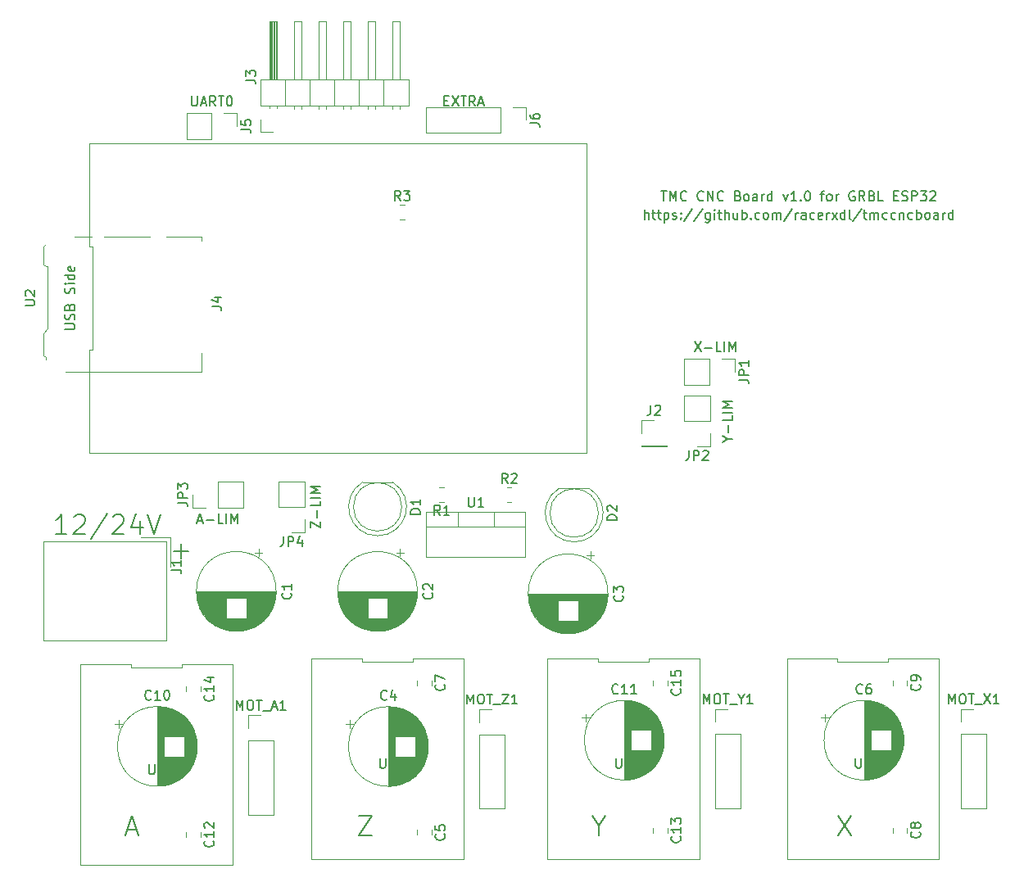
<source format=gbr>
%TF.GenerationSoftware,KiCad,Pcbnew,6.0.0-d3dd2cf0fa~116~ubuntu20.04.1*%
%TF.CreationDate,2022-01-03T11:45:49-03:00*%
%TF.ProjectId,CNC,434e432e-6b69-4636-9164-5f7063625858,1*%
%TF.SameCoordinates,Original*%
%TF.FileFunction,Legend,Top*%
%TF.FilePolarity,Positive*%
%FSLAX46Y46*%
G04 Gerber Fmt 4.6, Leading zero omitted, Abs format (unit mm)*
G04 Created by KiCad (PCBNEW 6.0.0-d3dd2cf0fa~116~ubuntu20.04.1) date 2022-01-03 11:45:49*
%MOMM*%
%LPD*%
G01*
G04 APERTURE LIST*
%ADD10C,0.150000*%
%ADD11C,0.120000*%
G04 APERTURE END LIST*
D10*
X157415480Y-133125245D02*
X157415480Y-134077626D01*
X156748813Y-132077626D02*
X157415480Y-133125245D01*
X158082146Y-132077626D01*
X132618813Y-132077626D02*
X133952146Y-132077626D01*
X132618813Y-134077626D01*
X133952146Y-134077626D01*
X113473575Y-104740722D02*
X114997384Y-104740722D01*
X114235480Y-105502626D02*
X114235480Y-103978817D01*
X163849884Y-67502745D02*
X164421313Y-67502745D01*
X164135599Y-68502745D02*
X164135599Y-67502745D01*
X164754646Y-68502745D02*
X164754646Y-67502745D01*
X165087980Y-68217031D01*
X165421313Y-67502745D01*
X165421313Y-68502745D01*
X166468932Y-68407507D02*
X166421313Y-68455126D01*
X166278456Y-68502745D01*
X166183218Y-68502745D01*
X166040360Y-68455126D01*
X165945122Y-68359888D01*
X165897503Y-68264650D01*
X165849884Y-68074174D01*
X165849884Y-67931317D01*
X165897503Y-67740841D01*
X165945122Y-67645603D01*
X166040360Y-67550365D01*
X166183218Y-67502745D01*
X166278456Y-67502745D01*
X166421313Y-67550365D01*
X166468932Y-67597984D01*
X168230837Y-68407507D02*
X168183218Y-68455126D01*
X168040360Y-68502745D01*
X167945122Y-68502745D01*
X167802265Y-68455126D01*
X167707027Y-68359888D01*
X167659408Y-68264650D01*
X167611789Y-68074174D01*
X167611789Y-67931317D01*
X167659408Y-67740841D01*
X167707027Y-67645603D01*
X167802265Y-67550365D01*
X167945122Y-67502745D01*
X168040360Y-67502745D01*
X168183218Y-67550365D01*
X168230837Y-67597984D01*
X168659408Y-68502745D02*
X168659408Y-67502745D01*
X169230837Y-68502745D01*
X169230837Y-67502745D01*
X170278456Y-68407507D02*
X170230837Y-68455126D01*
X170087980Y-68502745D01*
X169992741Y-68502745D01*
X169849884Y-68455126D01*
X169754646Y-68359888D01*
X169707027Y-68264650D01*
X169659408Y-68074174D01*
X169659408Y-67931317D01*
X169707027Y-67740841D01*
X169754646Y-67645603D01*
X169849884Y-67550365D01*
X169992741Y-67502745D01*
X170087980Y-67502745D01*
X170230837Y-67550365D01*
X170278456Y-67597984D01*
X171802265Y-67978936D02*
X171945122Y-68026555D01*
X171992741Y-68074174D01*
X172040360Y-68169412D01*
X172040360Y-68312269D01*
X171992741Y-68407507D01*
X171945122Y-68455126D01*
X171849884Y-68502745D01*
X171468932Y-68502745D01*
X171468932Y-67502745D01*
X171802265Y-67502745D01*
X171897503Y-67550365D01*
X171945122Y-67597984D01*
X171992741Y-67693222D01*
X171992741Y-67788460D01*
X171945122Y-67883698D01*
X171897503Y-67931317D01*
X171802265Y-67978936D01*
X171468932Y-67978936D01*
X172611789Y-68502745D02*
X172516551Y-68455126D01*
X172468932Y-68407507D01*
X172421313Y-68312269D01*
X172421313Y-68026555D01*
X172468932Y-67931317D01*
X172516551Y-67883698D01*
X172611789Y-67836079D01*
X172754646Y-67836079D01*
X172849884Y-67883698D01*
X172897503Y-67931317D01*
X172945122Y-68026555D01*
X172945122Y-68312269D01*
X172897503Y-68407507D01*
X172849884Y-68455126D01*
X172754646Y-68502745D01*
X172611789Y-68502745D01*
X173802265Y-68502745D02*
X173802265Y-67978936D01*
X173754646Y-67883698D01*
X173659408Y-67836079D01*
X173468932Y-67836079D01*
X173373694Y-67883698D01*
X173802265Y-68455126D02*
X173707027Y-68502745D01*
X173468932Y-68502745D01*
X173373694Y-68455126D01*
X173326075Y-68359888D01*
X173326075Y-68264650D01*
X173373694Y-68169412D01*
X173468932Y-68121793D01*
X173707027Y-68121793D01*
X173802265Y-68074174D01*
X174278456Y-68502745D02*
X174278456Y-67836079D01*
X174278456Y-68026555D02*
X174326075Y-67931317D01*
X174373694Y-67883698D01*
X174468932Y-67836079D01*
X174564170Y-67836079D01*
X175326075Y-68502745D02*
X175326075Y-67502745D01*
X175326075Y-68455126D02*
X175230837Y-68502745D01*
X175040360Y-68502745D01*
X174945122Y-68455126D01*
X174897503Y-68407507D01*
X174849884Y-68312269D01*
X174849884Y-68026555D01*
X174897503Y-67931317D01*
X174945122Y-67883698D01*
X175040360Y-67836079D01*
X175230837Y-67836079D01*
X175326075Y-67883698D01*
X176468932Y-67836079D02*
X176707027Y-68502745D01*
X176945122Y-67836079D01*
X177849884Y-68502745D02*
X177278456Y-68502745D01*
X177564170Y-68502745D02*
X177564170Y-67502745D01*
X177468932Y-67645603D01*
X177373694Y-67740841D01*
X177278456Y-67788460D01*
X178278456Y-68407507D02*
X178326075Y-68455126D01*
X178278456Y-68502745D01*
X178230837Y-68455126D01*
X178278456Y-68407507D01*
X178278456Y-68502745D01*
X178945122Y-67502745D02*
X179040360Y-67502745D01*
X179135599Y-67550365D01*
X179183218Y-67597984D01*
X179230837Y-67693222D01*
X179278456Y-67883698D01*
X179278456Y-68121793D01*
X179230837Y-68312269D01*
X179183218Y-68407507D01*
X179135599Y-68455126D01*
X179040360Y-68502745D01*
X178945122Y-68502745D01*
X178849884Y-68455126D01*
X178802265Y-68407507D01*
X178754646Y-68312269D01*
X178707027Y-68121793D01*
X178707027Y-67883698D01*
X178754646Y-67693222D01*
X178802265Y-67597984D01*
X178849884Y-67550365D01*
X178945122Y-67502745D01*
X180326075Y-67836079D02*
X180707027Y-67836079D01*
X180468932Y-68502745D02*
X180468932Y-67645603D01*
X180516551Y-67550365D01*
X180611789Y-67502745D01*
X180707027Y-67502745D01*
X181183218Y-68502745D02*
X181087980Y-68455126D01*
X181040360Y-68407507D01*
X180992741Y-68312269D01*
X180992741Y-68026555D01*
X181040360Y-67931317D01*
X181087980Y-67883698D01*
X181183218Y-67836079D01*
X181326075Y-67836079D01*
X181421313Y-67883698D01*
X181468932Y-67931317D01*
X181516551Y-68026555D01*
X181516551Y-68312269D01*
X181468932Y-68407507D01*
X181421313Y-68455126D01*
X181326075Y-68502745D01*
X181183218Y-68502745D01*
X181945122Y-68502745D02*
X181945122Y-67836079D01*
X181945122Y-68026555D02*
X181992741Y-67931317D01*
X182040360Y-67883698D01*
X182135599Y-67836079D01*
X182230837Y-67836079D01*
X183849884Y-67550365D02*
X183754646Y-67502745D01*
X183611789Y-67502745D01*
X183468932Y-67550365D01*
X183373694Y-67645603D01*
X183326075Y-67740841D01*
X183278456Y-67931317D01*
X183278456Y-68074174D01*
X183326075Y-68264650D01*
X183373694Y-68359888D01*
X183468932Y-68455126D01*
X183611789Y-68502745D01*
X183707027Y-68502745D01*
X183849884Y-68455126D01*
X183897503Y-68407507D01*
X183897503Y-68074174D01*
X183707027Y-68074174D01*
X184897503Y-68502745D02*
X184564170Y-68026555D01*
X184326075Y-68502745D02*
X184326075Y-67502745D01*
X184707027Y-67502745D01*
X184802265Y-67550365D01*
X184849884Y-67597984D01*
X184897503Y-67693222D01*
X184897503Y-67836079D01*
X184849884Y-67931317D01*
X184802265Y-67978936D01*
X184707027Y-68026555D01*
X184326075Y-68026555D01*
X185659408Y-67978936D02*
X185802265Y-68026555D01*
X185849884Y-68074174D01*
X185897503Y-68169412D01*
X185897503Y-68312269D01*
X185849884Y-68407507D01*
X185802265Y-68455126D01*
X185707027Y-68502745D01*
X185326075Y-68502745D01*
X185326075Y-67502745D01*
X185659408Y-67502745D01*
X185754646Y-67550365D01*
X185802265Y-67597984D01*
X185849884Y-67693222D01*
X185849884Y-67788460D01*
X185802265Y-67883698D01*
X185754646Y-67931317D01*
X185659408Y-67978936D01*
X185326075Y-67978936D01*
X186802265Y-68502745D02*
X186326075Y-68502745D01*
X186326075Y-67502745D01*
X187897503Y-67978936D02*
X188230837Y-67978936D01*
X188373694Y-68502745D02*
X187897503Y-68502745D01*
X187897503Y-67502745D01*
X188373694Y-67502745D01*
X188754646Y-68455126D02*
X188897503Y-68502745D01*
X189135599Y-68502745D01*
X189230837Y-68455126D01*
X189278456Y-68407507D01*
X189326075Y-68312269D01*
X189326075Y-68217031D01*
X189278456Y-68121793D01*
X189230837Y-68074174D01*
X189135599Y-68026555D01*
X188945122Y-67978936D01*
X188849884Y-67931317D01*
X188802265Y-67883698D01*
X188754646Y-67788460D01*
X188754646Y-67693222D01*
X188802265Y-67597984D01*
X188849884Y-67550365D01*
X188945122Y-67502745D01*
X189183218Y-67502745D01*
X189326075Y-67550365D01*
X189754646Y-68502745D02*
X189754646Y-67502745D01*
X190135599Y-67502745D01*
X190230837Y-67550365D01*
X190278456Y-67597984D01*
X190326075Y-67693222D01*
X190326075Y-67836079D01*
X190278456Y-67931317D01*
X190230837Y-67978936D01*
X190135599Y-68026555D01*
X189754646Y-68026555D01*
X190659408Y-67502745D02*
X191278456Y-67502745D01*
X190945122Y-67883698D01*
X191087979Y-67883698D01*
X191183218Y-67931317D01*
X191230837Y-67978936D01*
X191278456Y-68074174D01*
X191278456Y-68312269D01*
X191230837Y-68407507D01*
X191183218Y-68455126D01*
X191087979Y-68502745D01*
X190802265Y-68502745D01*
X190707027Y-68455126D01*
X190659408Y-68407507D01*
X191659408Y-67597984D02*
X191707027Y-67550365D01*
X191802265Y-67502745D01*
X192040360Y-67502745D01*
X192135599Y-67550365D01*
X192183218Y-67597984D01*
X192230837Y-67693222D01*
X192230837Y-67788460D01*
X192183218Y-67931317D01*
X191611789Y-68502745D01*
X192230837Y-68502745D01*
X182148813Y-132077626D02*
X183482146Y-134077626D01*
X183482146Y-132077626D02*
X182148813Y-134077626D01*
X162135599Y-70407745D02*
X162135599Y-69407745D01*
X162564170Y-70407745D02*
X162564170Y-69883936D01*
X162516551Y-69788698D01*
X162421313Y-69741079D01*
X162278456Y-69741079D01*
X162183218Y-69788698D01*
X162135599Y-69836317D01*
X162897503Y-69741079D02*
X163278456Y-69741079D01*
X163040360Y-69407745D02*
X163040360Y-70264888D01*
X163087979Y-70360126D01*
X163183218Y-70407745D01*
X163278456Y-70407745D01*
X163468932Y-69741079D02*
X163849884Y-69741079D01*
X163611789Y-69407745D02*
X163611789Y-70264888D01*
X163659408Y-70360126D01*
X163754646Y-70407745D01*
X163849884Y-70407745D01*
X164183218Y-69741079D02*
X164183218Y-70741079D01*
X164183218Y-69788698D02*
X164278456Y-69741079D01*
X164468932Y-69741079D01*
X164564170Y-69788698D01*
X164611789Y-69836317D01*
X164659408Y-69931555D01*
X164659408Y-70217269D01*
X164611789Y-70312507D01*
X164564170Y-70360126D01*
X164468932Y-70407745D01*
X164278456Y-70407745D01*
X164183218Y-70360126D01*
X165040360Y-70360126D02*
X165135599Y-70407745D01*
X165326075Y-70407745D01*
X165421313Y-70360126D01*
X165468932Y-70264888D01*
X165468932Y-70217269D01*
X165421313Y-70122031D01*
X165326075Y-70074412D01*
X165183218Y-70074412D01*
X165087979Y-70026793D01*
X165040360Y-69931555D01*
X165040360Y-69883936D01*
X165087979Y-69788698D01*
X165183218Y-69741079D01*
X165326075Y-69741079D01*
X165421313Y-69788698D01*
X165897503Y-70312507D02*
X165945122Y-70360126D01*
X165897503Y-70407745D01*
X165849884Y-70360126D01*
X165897503Y-70312507D01*
X165897503Y-70407745D01*
X165897503Y-69788698D02*
X165945122Y-69836317D01*
X165897503Y-69883936D01*
X165849884Y-69836317D01*
X165897503Y-69788698D01*
X165897503Y-69883936D01*
X167087979Y-69360126D02*
X166230837Y-70645841D01*
X168135599Y-69360126D02*
X167278456Y-70645841D01*
X168897503Y-69741079D02*
X168897503Y-70550603D01*
X168849884Y-70645841D01*
X168802265Y-70693460D01*
X168707027Y-70741079D01*
X168564170Y-70741079D01*
X168468932Y-70693460D01*
X168897503Y-70360126D02*
X168802265Y-70407745D01*
X168611789Y-70407745D01*
X168516551Y-70360126D01*
X168468932Y-70312507D01*
X168421313Y-70217269D01*
X168421313Y-69931555D01*
X168468932Y-69836317D01*
X168516551Y-69788698D01*
X168611789Y-69741079D01*
X168802265Y-69741079D01*
X168897503Y-69788698D01*
X169373694Y-70407745D02*
X169373694Y-69741079D01*
X169373694Y-69407745D02*
X169326075Y-69455365D01*
X169373694Y-69502984D01*
X169421313Y-69455365D01*
X169373694Y-69407745D01*
X169373694Y-69502984D01*
X169707027Y-69741079D02*
X170087979Y-69741079D01*
X169849884Y-69407745D02*
X169849884Y-70264888D01*
X169897503Y-70360126D01*
X169992741Y-70407745D01*
X170087979Y-70407745D01*
X170421313Y-70407745D02*
X170421313Y-69407745D01*
X170849884Y-70407745D02*
X170849884Y-69883936D01*
X170802265Y-69788698D01*
X170707027Y-69741079D01*
X170564170Y-69741079D01*
X170468932Y-69788698D01*
X170421313Y-69836317D01*
X171754646Y-69741079D02*
X171754646Y-70407745D01*
X171326075Y-69741079D02*
X171326075Y-70264888D01*
X171373694Y-70360126D01*
X171468932Y-70407745D01*
X171611789Y-70407745D01*
X171707027Y-70360126D01*
X171754646Y-70312507D01*
X172230837Y-70407745D02*
X172230837Y-69407745D01*
X172230837Y-69788698D02*
X172326075Y-69741079D01*
X172516551Y-69741079D01*
X172611789Y-69788698D01*
X172659408Y-69836317D01*
X172707027Y-69931555D01*
X172707027Y-70217269D01*
X172659408Y-70312507D01*
X172611789Y-70360126D01*
X172516551Y-70407745D01*
X172326075Y-70407745D01*
X172230837Y-70360126D01*
X173135599Y-70312507D02*
X173183218Y-70360126D01*
X173135599Y-70407745D01*
X173087979Y-70360126D01*
X173135599Y-70312507D01*
X173135599Y-70407745D01*
X174040360Y-70360126D02*
X173945122Y-70407745D01*
X173754646Y-70407745D01*
X173659408Y-70360126D01*
X173611789Y-70312507D01*
X173564170Y-70217269D01*
X173564170Y-69931555D01*
X173611789Y-69836317D01*
X173659408Y-69788698D01*
X173754646Y-69741079D01*
X173945122Y-69741079D01*
X174040360Y-69788698D01*
X174611789Y-70407745D02*
X174516551Y-70360126D01*
X174468932Y-70312507D01*
X174421313Y-70217269D01*
X174421313Y-69931555D01*
X174468932Y-69836317D01*
X174516551Y-69788698D01*
X174611789Y-69741079D01*
X174754646Y-69741079D01*
X174849884Y-69788698D01*
X174897503Y-69836317D01*
X174945122Y-69931555D01*
X174945122Y-70217269D01*
X174897503Y-70312507D01*
X174849884Y-70360126D01*
X174754646Y-70407745D01*
X174611789Y-70407745D01*
X175373694Y-70407745D02*
X175373694Y-69741079D01*
X175373694Y-69836317D02*
X175421313Y-69788698D01*
X175516551Y-69741079D01*
X175659408Y-69741079D01*
X175754646Y-69788698D01*
X175802265Y-69883936D01*
X175802265Y-70407745D01*
X175802265Y-69883936D02*
X175849884Y-69788698D01*
X175945122Y-69741079D01*
X176087979Y-69741079D01*
X176183218Y-69788698D01*
X176230837Y-69883936D01*
X176230837Y-70407745D01*
X177421313Y-69360126D02*
X176564170Y-70645841D01*
X177754646Y-70407745D02*
X177754646Y-69741079D01*
X177754646Y-69931555D02*
X177802265Y-69836317D01*
X177849884Y-69788698D01*
X177945122Y-69741079D01*
X178040360Y-69741079D01*
X178802265Y-70407745D02*
X178802265Y-69883936D01*
X178754646Y-69788698D01*
X178659408Y-69741079D01*
X178468932Y-69741079D01*
X178373694Y-69788698D01*
X178802265Y-70360126D02*
X178707027Y-70407745D01*
X178468932Y-70407745D01*
X178373694Y-70360126D01*
X178326075Y-70264888D01*
X178326075Y-70169650D01*
X178373694Y-70074412D01*
X178468932Y-70026793D01*
X178707027Y-70026793D01*
X178802265Y-69979174D01*
X179707027Y-70360126D02*
X179611789Y-70407745D01*
X179421313Y-70407745D01*
X179326075Y-70360126D01*
X179278456Y-70312507D01*
X179230837Y-70217269D01*
X179230837Y-69931555D01*
X179278456Y-69836317D01*
X179326075Y-69788698D01*
X179421313Y-69741079D01*
X179611789Y-69741079D01*
X179707027Y-69788698D01*
X180516551Y-70360126D02*
X180421313Y-70407745D01*
X180230837Y-70407745D01*
X180135599Y-70360126D01*
X180087979Y-70264888D01*
X180087979Y-69883936D01*
X180135599Y-69788698D01*
X180230837Y-69741079D01*
X180421313Y-69741079D01*
X180516551Y-69788698D01*
X180564170Y-69883936D01*
X180564170Y-69979174D01*
X180087979Y-70074412D01*
X180992741Y-70407745D02*
X180992741Y-69741079D01*
X180992741Y-69931555D02*
X181040360Y-69836317D01*
X181087979Y-69788698D01*
X181183218Y-69741079D01*
X181278456Y-69741079D01*
X181516551Y-70407745D02*
X182040360Y-69741079D01*
X181516551Y-69741079D02*
X182040360Y-70407745D01*
X182849884Y-70407745D02*
X182849884Y-69407745D01*
X182849884Y-70360126D02*
X182754646Y-70407745D01*
X182564170Y-70407745D01*
X182468932Y-70360126D01*
X182421313Y-70312507D01*
X182373694Y-70217269D01*
X182373694Y-69931555D01*
X182421313Y-69836317D01*
X182468932Y-69788698D01*
X182564170Y-69741079D01*
X182754646Y-69741079D01*
X182849884Y-69788698D01*
X183468932Y-70407745D02*
X183373694Y-70360126D01*
X183326075Y-70264888D01*
X183326075Y-69407745D01*
X184564170Y-69360126D02*
X183707027Y-70645841D01*
X184754646Y-69741079D02*
X185135599Y-69741079D01*
X184897503Y-69407745D02*
X184897503Y-70264888D01*
X184945122Y-70360126D01*
X185040360Y-70407745D01*
X185135599Y-70407745D01*
X185468932Y-70407745D02*
X185468932Y-69741079D01*
X185468932Y-69836317D02*
X185516551Y-69788698D01*
X185611789Y-69741079D01*
X185754646Y-69741079D01*
X185849884Y-69788698D01*
X185897503Y-69883936D01*
X185897503Y-70407745D01*
X185897503Y-69883936D02*
X185945122Y-69788698D01*
X186040360Y-69741079D01*
X186183218Y-69741079D01*
X186278456Y-69788698D01*
X186326075Y-69883936D01*
X186326075Y-70407745D01*
X187230837Y-70360126D02*
X187135599Y-70407745D01*
X186945122Y-70407745D01*
X186849884Y-70360126D01*
X186802265Y-70312507D01*
X186754646Y-70217269D01*
X186754646Y-69931555D01*
X186802265Y-69836317D01*
X186849884Y-69788698D01*
X186945122Y-69741079D01*
X187135599Y-69741079D01*
X187230837Y-69788698D01*
X188087979Y-70360126D02*
X187992741Y-70407745D01*
X187802265Y-70407745D01*
X187707027Y-70360126D01*
X187659408Y-70312507D01*
X187611789Y-70217269D01*
X187611789Y-69931555D01*
X187659408Y-69836317D01*
X187707027Y-69788698D01*
X187802265Y-69741079D01*
X187992741Y-69741079D01*
X188087979Y-69788698D01*
X188516551Y-69741079D02*
X188516551Y-70407745D01*
X188516551Y-69836317D02*
X188564170Y-69788698D01*
X188659408Y-69741079D01*
X188802265Y-69741079D01*
X188897503Y-69788698D01*
X188945122Y-69883936D01*
X188945122Y-70407745D01*
X189849884Y-70360126D02*
X189754646Y-70407745D01*
X189564170Y-70407745D01*
X189468932Y-70360126D01*
X189421313Y-70312507D01*
X189373694Y-70217269D01*
X189373694Y-69931555D01*
X189421313Y-69836317D01*
X189468932Y-69788698D01*
X189564170Y-69741079D01*
X189754646Y-69741079D01*
X189849884Y-69788698D01*
X190278456Y-70407745D02*
X190278456Y-69407745D01*
X190278456Y-69788698D02*
X190373694Y-69741079D01*
X190564170Y-69741079D01*
X190659408Y-69788698D01*
X190707027Y-69836317D01*
X190754646Y-69931555D01*
X190754646Y-70217269D01*
X190707027Y-70312507D01*
X190659408Y-70360126D01*
X190564170Y-70407745D01*
X190373694Y-70407745D01*
X190278456Y-70360126D01*
X191326075Y-70407745D02*
X191230837Y-70360126D01*
X191183218Y-70312507D01*
X191135599Y-70217269D01*
X191135599Y-69931555D01*
X191183218Y-69836317D01*
X191230837Y-69788698D01*
X191326075Y-69741079D01*
X191468932Y-69741079D01*
X191564170Y-69788698D01*
X191611789Y-69836317D01*
X191659408Y-69931555D01*
X191659408Y-70217269D01*
X191611789Y-70312507D01*
X191564170Y-70360126D01*
X191468932Y-70407745D01*
X191326075Y-70407745D01*
X192516551Y-70407745D02*
X192516551Y-69883936D01*
X192468932Y-69788698D01*
X192373694Y-69741079D01*
X192183218Y-69741079D01*
X192087979Y-69788698D01*
X192516551Y-70360126D02*
X192421313Y-70407745D01*
X192183218Y-70407745D01*
X192087979Y-70360126D01*
X192040360Y-70264888D01*
X192040360Y-70169650D01*
X192087979Y-70074412D01*
X192183218Y-70026793D01*
X192421313Y-70026793D01*
X192516551Y-69979174D01*
X192992741Y-70407745D02*
X192992741Y-69741079D01*
X192992741Y-69931555D02*
X193040360Y-69836317D01*
X193087979Y-69788698D01*
X193183218Y-69741079D01*
X193278456Y-69741079D01*
X194040360Y-70407745D02*
X194040360Y-69407745D01*
X194040360Y-70360126D02*
X193945122Y-70407745D01*
X193754646Y-70407745D01*
X193659408Y-70360126D01*
X193611789Y-70312507D01*
X193564170Y-70217269D01*
X193564170Y-69931555D01*
X193611789Y-69836317D01*
X193659408Y-69788698D01*
X193754646Y-69741079D01*
X193945122Y-69741079D01*
X194040360Y-69788698D01*
X167313813Y-83095245D02*
X167980480Y-84095245D01*
X167980480Y-83095245D02*
X167313813Y-84095245D01*
X168361432Y-83714293D02*
X169123337Y-83714293D01*
X170075718Y-84095245D02*
X169599527Y-84095245D01*
X169599527Y-83095245D01*
X170409051Y-84095245D02*
X170409051Y-83095245D01*
X170885241Y-84095245D02*
X170885241Y-83095245D01*
X171218575Y-83809531D01*
X171551908Y-83095245D01*
X171551908Y-84095245D01*
X127657860Y-102319531D02*
X127657860Y-101652865D01*
X128657860Y-102319531D01*
X128657860Y-101652865D01*
X128276908Y-101271912D02*
X128276908Y-100510007D01*
X128657860Y-99557626D02*
X128657860Y-100033817D01*
X127657860Y-100033817D01*
X128657860Y-99224293D02*
X127657860Y-99224293D01*
X128657860Y-98748103D02*
X127657860Y-98748103D01*
X128372146Y-98414769D01*
X127657860Y-98081436D01*
X128657860Y-98081436D01*
X115339051Y-57695245D02*
X115339051Y-58504769D01*
X115386670Y-58600007D01*
X115434289Y-58647626D01*
X115529527Y-58695245D01*
X115720003Y-58695245D01*
X115815241Y-58647626D01*
X115862860Y-58600007D01*
X115910480Y-58504769D01*
X115910480Y-57695245D01*
X116339051Y-58409531D02*
X116815241Y-58409531D01*
X116243813Y-58695245D02*
X116577146Y-57695245D01*
X116910480Y-58695245D01*
X117815241Y-58695245D02*
X117481908Y-58219055D01*
X117243813Y-58695245D02*
X117243813Y-57695245D01*
X117624765Y-57695245D01*
X117720003Y-57742865D01*
X117767622Y-57790484D01*
X117815241Y-57885722D01*
X117815241Y-58028579D01*
X117767622Y-58123817D01*
X117720003Y-58171436D01*
X117624765Y-58219055D01*
X117243813Y-58219055D01*
X118100956Y-57695245D02*
X118672384Y-57695245D01*
X118386670Y-58695245D02*
X118386670Y-57695245D01*
X119196194Y-57695245D02*
X119291432Y-57695245D01*
X119386670Y-57742865D01*
X119434289Y-57790484D01*
X119481908Y-57885722D01*
X119529527Y-58076198D01*
X119529527Y-58314293D01*
X119481908Y-58504769D01*
X119434289Y-58600007D01*
X119386670Y-58647626D01*
X119291432Y-58695245D01*
X119196194Y-58695245D01*
X119100956Y-58647626D01*
X119053337Y-58600007D01*
X119005718Y-58504769D01*
X118958099Y-58314293D01*
X118958099Y-58076198D01*
X119005718Y-57885722D01*
X119053337Y-57790484D01*
X119100956Y-57742865D01*
X119196194Y-57695245D01*
X170726670Y-93101198D02*
X171202860Y-93101198D01*
X170202860Y-93434531D02*
X170726670Y-93101198D01*
X170202860Y-92767865D01*
X170821908Y-92434531D02*
X170821908Y-91672626D01*
X171202860Y-90720245D02*
X171202860Y-91196436D01*
X170202860Y-91196436D01*
X171202860Y-90386912D02*
X170202860Y-90386912D01*
X171202860Y-89910722D02*
X170202860Y-89910722D01*
X170917146Y-89577388D01*
X170202860Y-89244055D01*
X171202860Y-89244055D01*
X108679289Y-133506198D02*
X109631670Y-133506198D01*
X108488813Y-134077626D02*
X109155480Y-132077626D01*
X109822146Y-134077626D01*
X115974051Y-101589531D02*
X116450241Y-101589531D01*
X115878813Y-101875245D02*
X116212146Y-100875245D01*
X116545480Y-101875245D01*
X116878813Y-101494293D02*
X117640718Y-101494293D01*
X118593099Y-101875245D02*
X118116908Y-101875245D01*
X118116908Y-100875245D01*
X118926432Y-101875245D02*
X118926432Y-100875245D01*
X119402622Y-101875245D02*
X119402622Y-100875245D01*
X119735956Y-101589531D01*
X120069289Y-100875245D01*
X120069289Y-101875245D01*
X141445480Y-58171436D02*
X141778813Y-58171436D01*
X141921670Y-58695245D02*
X141445480Y-58695245D01*
X141445480Y-57695245D01*
X141921670Y-57695245D01*
X142255003Y-57695245D02*
X142921670Y-58695245D01*
X142921670Y-57695245D02*
X142255003Y-58695245D01*
X143159765Y-57695245D02*
X143731194Y-57695245D01*
X143445480Y-58695245D02*
X143445480Y-57695245D01*
X144635956Y-58695245D02*
X144302622Y-58219055D01*
X144064527Y-58695245D02*
X144064527Y-57695245D01*
X144445480Y-57695245D01*
X144540718Y-57742865D01*
X144588337Y-57790484D01*
X144635956Y-57885722D01*
X144635956Y-58028579D01*
X144588337Y-58123817D01*
X144540718Y-58171436D01*
X144445480Y-58219055D01*
X144064527Y-58219055D01*
X145016908Y-58409531D02*
X145493099Y-58409531D01*
X144921670Y-58695245D02*
X145255003Y-57695245D01*
X145588337Y-58695245D01*
X102425003Y-102962626D02*
X101282146Y-102962626D01*
X101853575Y-102962626D02*
X101853575Y-100962626D01*
X101663099Y-101248341D01*
X101472622Y-101438817D01*
X101282146Y-101534055D01*
X103186908Y-101153103D02*
X103282146Y-101057865D01*
X103472622Y-100962626D01*
X103948813Y-100962626D01*
X104139289Y-101057865D01*
X104234527Y-101153103D01*
X104329765Y-101343579D01*
X104329765Y-101534055D01*
X104234527Y-101819769D01*
X103091670Y-102962626D01*
X104329765Y-102962626D01*
X106615480Y-100867388D02*
X104901194Y-103438817D01*
X107186908Y-101153103D02*
X107282146Y-101057865D01*
X107472622Y-100962626D01*
X107948813Y-100962626D01*
X108139289Y-101057865D01*
X108234527Y-101153103D01*
X108329765Y-101343579D01*
X108329765Y-101534055D01*
X108234527Y-101819769D01*
X107091670Y-102962626D01*
X108329765Y-102962626D01*
X110044051Y-101629293D02*
X110044051Y-102962626D01*
X109567860Y-100867388D02*
X109091670Y-102295960D01*
X110329765Y-102295960D01*
X110805956Y-100962626D02*
X111472622Y-102962626D01*
X112139289Y-100962626D01*
%TO.C,U2*%
X98127860Y-79324769D02*
X98937384Y-79324769D01*
X99032622Y-79277150D01*
X99080241Y-79229531D01*
X99127860Y-79134293D01*
X99127860Y-78943817D01*
X99080241Y-78848579D01*
X99032622Y-78800960D01*
X98937384Y-78753341D01*
X98127860Y-78753341D01*
X98223099Y-78324769D02*
X98175480Y-78277150D01*
X98127860Y-78181912D01*
X98127860Y-77943817D01*
X98175480Y-77848579D01*
X98223099Y-77800960D01*
X98318337Y-77753341D01*
X98413575Y-77753341D01*
X98556432Y-77800960D01*
X99127860Y-78372388D01*
X99127860Y-77753341D01*
X102257860Y-81800960D02*
X103067384Y-81800960D01*
X103162622Y-81753341D01*
X103210241Y-81705722D01*
X103257860Y-81610484D01*
X103257860Y-81420007D01*
X103210241Y-81324769D01*
X103162622Y-81277150D01*
X103067384Y-81229531D01*
X102257860Y-81229531D01*
X103210241Y-80800960D02*
X103257860Y-80658103D01*
X103257860Y-80420007D01*
X103210241Y-80324769D01*
X103162622Y-80277150D01*
X103067384Y-80229531D01*
X102972146Y-80229531D01*
X102876908Y-80277150D01*
X102829289Y-80324769D01*
X102781670Y-80420007D01*
X102734051Y-80610484D01*
X102686432Y-80705722D01*
X102638813Y-80753341D01*
X102543575Y-80800960D01*
X102448337Y-80800960D01*
X102353099Y-80753341D01*
X102305480Y-80705722D01*
X102257860Y-80610484D01*
X102257860Y-80372388D01*
X102305480Y-80229531D01*
X102734051Y-79467626D02*
X102781670Y-79324769D01*
X102829289Y-79277150D01*
X102924527Y-79229531D01*
X103067384Y-79229531D01*
X103162622Y-79277150D01*
X103210241Y-79324769D01*
X103257860Y-79420007D01*
X103257860Y-79800960D01*
X102257860Y-79800960D01*
X102257860Y-79467626D01*
X102305480Y-79372388D01*
X102353099Y-79324769D01*
X102448337Y-79277150D01*
X102543575Y-79277150D01*
X102638813Y-79324769D01*
X102686432Y-79372388D01*
X102734051Y-79467626D01*
X102734051Y-79800960D01*
X103210241Y-78086674D02*
X103257860Y-77943817D01*
X103257860Y-77705722D01*
X103210241Y-77610484D01*
X103162622Y-77562865D01*
X103067384Y-77515245D01*
X102972146Y-77515245D01*
X102876908Y-77562865D01*
X102829289Y-77610484D01*
X102781670Y-77705722D01*
X102734051Y-77896198D01*
X102686432Y-77991436D01*
X102638813Y-78039055D01*
X102543575Y-78086674D01*
X102448337Y-78086674D01*
X102353099Y-78039055D01*
X102305480Y-77991436D01*
X102257860Y-77896198D01*
X102257860Y-77658103D01*
X102305480Y-77515245D01*
X103257860Y-77086674D02*
X102591194Y-77086674D01*
X102257860Y-77086674D02*
X102305480Y-77134293D01*
X102353099Y-77086674D01*
X102305480Y-77039055D01*
X102257860Y-77086674D01*
X102353099Y-77086674D01*
X103257860Y-76181912D02*
X102257860Y-76181912D01*
X103210241Y-76181912D02*
X103257860Y-76277150D01*
X103257860Y-76467626D01*
X103210241Y-76562865D01*
X103162622Y-76610484D01*
X103067384Y-76658103D01*
X102781670Y-76658103D01*
X102686432Y-76610484D01*
X102638813Y-76562865D01*
X102591194Y-76467626D01*
X102591194Y-76277150D01*
X102638813Y-76181912D01*
X103210241Y-75324769D02*
X103257860Y-75420007D01*
X103257860Y-75610484D01*
X103210241Y-75705722D01*
X103115003Y-75753341D01*
X102734051Y-75753341D01*
X102638813Y-75705722D01*
X102591194Y-75610484D01*
X102591194Y-75420007D01*
X102638813Y-75324769D01*
X102734051Y-75277150D01*
X102829289Y-75277150D01*
X102924527Y-75753341D01*
%TO.C,C11*%
X159409971Y-119380007D02*
X159362352Y-119427626D01*
X159219495Y-119475245D01*
X159124257Y-119475245D01*
X158981400Y-119427626D01*
X158886162Y-119332388D01*
X158838543Y-119237150D01*
X158790924Y-119046674D01*
X158790924Y-118903817D01*
X158838543Y-118713341D01*
X158886162Y-118618103D01*
X158981400Y-118522865D01*
X159124257Y-118475245D01*
X159219495Y-118475245D01*
X159362352Y-118522865D01*
X159409971Y-118570484D01*
X160362352Y-119475245D02*
X159790924Y-119475245D01*
X160076638Y-119475245D02*
X160076638Y-118475245D01*
X159981400Y-118618103D01*
X159886162Y-118713341D01*
X159790924Y-118760960D01*
X161314733Y-119475245D02*
X160743305Y-119475245D01*
X161029019Y-119475245D02*
X161029019Y-118475245D01*
X160933781Y-118618103D01*
X160838543Y-118713341D01*
X160743305Y-118760960D01*
%TO.C,U1*%
X143953575Y-99145245D02*
X143953575Y-99954769D01*
X144001194Y-100050007D01*
X144048813Y-100097626D01*
X144144051Y-100145245D01*
X144334527Y-100145245D01*
X144429765Y-100097626D01*
X144477384Y-100050007D01*
X144525003Y-99954769D01*
X144525003Y-99145245D01*
X145525003Y-100145245D02*
X144953575Y-100145245D01*
X145239289Y-100145245D02*
X145239289Y-99145245D01*
X145144051Y-99288103D01*
X145048813Y-99383341D01*
X144953575Y-99430960D01*
%TO.C,D2*%
X159287860Y-101525960D02*
X158287860Y-101525960D01*
X158287860Y-101287865D01*
X158335480Y-101145007D01*
X158430718Y-101049769D01*
X158525956Y-101002150D01*
X158716432Y-100954531D01*
X158859289Y-100954531D01*
X159049765Y-101002150D01*
X159145003Y-101049769D01*
X159240241Y-101145007D01*
X159287860Y-101287865D01*
X159287860Y-101525960D01*
X158383099Y-100573579D02*
X158335480Y-100525960D01*
X158287860Y-100430722D01*
X158287860Y-100192626D01*
X158335480Y-100097388D01*
X158383099Y-100049769D01*
X158478337Y-100002150D01*
X158573575Y-100002150D01*
X158716432Y-100049769D01*
X159287860Y-100621198D01*
X159287860Y-100002150D01*
%TO.C,C3*%
X159847622Y-109306880D02*
X159895241Y-109354499D01*
X159942860Y-109497356D01*
X159942860Y-109592594D01*
X159895241Y-109735452D01*
X159800003Y-109830690D01*
X159704765Y-109878309D01*
X159514289Y-109925928D01*
X159371432Y-109925928D01*
X159180956Y-109878309D01*
X159085718Y-109830690D01*
X158990480Y-109735452D01*
X158942860Y-109592594D01*
X158942860Y-109497356D01*
X158990480Y-109354499D01*
X159038099Y-109306880D01*
X158942860Y-108973547D02*
X158942860Y-108354499D01*
X159323813Y-108687833D01*
X159323813Y-108544975D01*
X159371432Y-108449737D01*
X159419051Y-108402118D01*
X159514289Y-108354499D01*
X159752384Y-108354499D01*
X159847622Y-108402118D01*
X159895241Y-108449737D01*
X159942860Y-108544975D01*
X159942860Y-108830690D01*
X159895241Y-108925928D01*
X159847622Y-108973547D01*
%TO.C,C7*%
X141420273Y-118502031D02*
X141467892Y-118549650D01*
X141515511Y-118692507D01*
X141515511Y-118787745D01*
X141467892Y-118930603D01*
X141372654Y-119025841D01*
X141277416Y-119073460D01*
X141086940Y-119121079D01*
X140944083Y-119121079D01*
X140753607Y-119073460D01*
X140658369Y-119025841D01*
X140563131Y-118930603D01*
X140515511Y-118787745D01*
X140515511Y-118692507D01*
X140563131Y-118549650D01*
X140610750Y-118502031D01*
X140515511Y-118168698D02*
X140515511Y-117502031D01*
X141515511Y-117930603D01*
%TO.C,U4*%
X183958575Y-126138245D02*
X183958575Y-126947769D01*
X184006194Y-127043007D01*
X184053813Y-127090626D01*
X184149051Y-127138245D01*
X184339527Y-127138245D01*
X184434765Y-127090626D01*
X184482384Y-127043007D01*
X184530003Y-126947769D01*
X184530003Y-126138245D01*
X185434765Y-126471579D02*
X185434765Y-127138245D01*
X185196670Y-126090626D02*
X184958575Y-126804912D01*
X185577622Y-126804912D01*
%TO.C,R3*%
X136928813Y-68475245D02*
X136595480Y-67999055D01*
X136357384Y-68475245D02*
X136357384Y-67475245D01*
X136738337Y-67475245D01*
X136833575Y-67522865D01*
X136881194Y-67570484D01*
X136928813Y-67665722D01*
X136928813Y-67808579D01*
X136881194Y-67903817D01*
X136833575Y-67951436D01*
X136738337Y-67999055D01*
X136357384Y-67999055D01*
X137262146Y-67475245D02*
X137881194Y-67475245D01*
X137547860Y-67856198D01*
X137690718Y-67856198D01*
X137785956Y-67903817D01*
X137833575Y-67951436D01*
X137881194Y-68046674D01*
X137881194Y-68284769D01*
X137833575Y-68380007D01*
X137785956Y-68427626D01*
X137690718Y-68475245D01*
X137405003Y-68475245D01*
X137309765Y-68427626D01*
X137262146Y-68380007D01*
%TO.C,C13*%
X165802622Y-134218222D02*
X165850241Y-134265841D01*
X165897860Y-134408698D01*
X165897860Y-134503936D01*
X165850241Y-134646793D01*
X165755003Y-134742031D01*
X165659765Y-134789650D01*
X165469289Y-134837269D01*
X165326432Y-134837269D01*
X165135956Y-134789650D01*
X165040718Y-134742031D01*
X164945480Y-134646793D01*
X164897860Y-134503936D01*
X164897860Y-134408698D01*
X164945480Y-134265841D01*
X164993099Y-134218222D01*
X165897860Y-133265841D02*
X165897860Y-133837269D01*
X165897860Y-133551555D02*
X164897860Y-133551555D01*
X165040718Y-133646793D01*
X165135956Y-133742031D01*
X165183575Y-133837269D01*
X164897860Y-132932507D02*
X164897860Y-132313460D01*
X165278813Y-132646793D01*
X165278813Y-132503936D01*
X165326432Y-132408698D01*
X165374051Y-132361079D01*
X165469289Y-132313460D01*
X165707384Y-132313460D01*
X165802622Y-132361079D01*
X165850241Y-132408698D01*
X165897860Y-132503936D01*
X165897860Y-132789650D01*
X165850241Y-132884888D01*
X165802622Y-132932507D01*
%TO.C,C8*%
X190567622Y-133742031D02*
X190615241Y-133789650D01*
X190662860Y-133932507D01*
X190662860Y-134027745D01*
X190615241Y-134170603D01*
X190520003Y-134265841D01*
X190424765Y-134313460D01*
X190234289Y-134361079D01*
X190091432Y-134361079D01*
X189900956Y-134313460D01*
X189805718Y-134265841D01*
X189710480Y-134170603D01*
X189662860Y-134027745D01*
X189662860Y-133932507D01*
X189710480Y-133789650D01*
X189758099Y-133742031D01*
X190091432Y-133170603D02*
X190043813Y-133265841D01*
X189996194Y-133313460D01*
X189900956Y-133361079D01*
X189853337Y-133361079D01*
X189758099Y-133313460D01*
X189710480Y-133265841D01*
X189662860Y-133170603D01*
X189662860Y-132980126D01*
X189710480Y-132884888D01*
X189758099Y-132837269D01*
X189853337Y-132789650D01*
X189900956Y-132789650D01*
X189996194Y-132837269D01*
X190043813Y-132884888D01*
X190091432Y-132980126D01*
X190091432Y-133170603D01*
X190139051Y-133265841D01*
X190186670Y-133313460D01*
X190281908Y-133361079D01*
X190472384Y-133361079D01*
X190567622Y-133313460D01*
X190615241Y-133265841D01*
X190662860Y-133170603D01*
X190662860Y-132980126D01*
X190615241Y-132884888D01*
X190567622Y-132837269D01*
X190472384Y-132789650D01*
X190281908Y-132789650D01*
X190186670Y-132837269D01*
X190139051Y-132884888D01*
X190091432Y-132980126D01*
%TO.C,D1*%
X138967860Y-100890960D02*
X137967860Y-100890960D01*
X137967860Y-100652865D01*
X138015480Y-100510007D01*
X138110718Y-100414769D01*
X138205956Y-100367150D01*
X138396432Y-100319531D01*
X138539289Y-100319531D01*
X138729765Y-100367150D01*
X138825003Y-100414769D01*
X138920241Y-100510007D01*
X138967860Y-100652865D01*
X138967860Y-100890960D01*
X138967860Y-99367150D02*
X138967860Y-99938579D01*
X138967860Y-99652865D02*
X137967860Y-99652865D01*
X138110718Y-99748103D01*
X138205956Y-99843341D01*
X138253575Y-99938579D01*
%TO.C,JP2*%
X166742146Y-94320245D02*
X166742146Y-95034531D01*
X166694527Y-95177388D01*
X166599289Y-95272626D01*
X166456432Y-95320245D01*
X166361194Y-95320245D01*
X167218337Y-95320245D02*
X167218337Y-94320245D01*
X167599289Y-94320245D01*
X167694527Y-94367865D01*
X167742146Y-94415484D01*
X167789765Y-94510722D01*
X167789765Y-94653579D01*
X167742146Y-94748817D01*
X167694527Y-94796436D01*
X167599289Y-94844055D01*
X167218337Y-94844055D01*
X168170718Y-94415484D02*
X168218337Y-94367865D01*
X168313575Y-94320245D01*
X168551670Y-94320245D01*
X168646908Y-94367865D01*
X168694527Y-94415484D01*
X168742146Y-94510722D01*
X168742146Y-94605960D01*
X168694527Y-94748817D01*
X168123099Y-95320245D01*
X168742146Y-95320245D01*
%TO.C,MOT_Y1*%
X168226670Y-120500245D02*
X168226670Y-119500245D01*
X168560003Y-120214531D01*
X168893337Y-119500245D01*
X168893337Y-120500245D01*
X169560003Y-119500245D02*
X169750480Y-119500245D01*
X169845718Y-119547865D01*
X169940956Y-119643103D01*
X169988575Y-119833579D01*
X169988575Y-120166912D01*
X169940956Y-120357388D01*
X169845718Y-120452626D01*
X169750480Y-120500245D01*
X169560003Y-120500245D01*
X169464765Y-120452626D01*
X169369527Y-120357388D01*
X169321908Y-120166912D01*
X169321908Y-119833579D01*
X169369527Y-119643103D01*
X169464765Y-119547865D01*
X169560003Y-119500245D01*
X170274289Y-119500245D02*
X170845718Y-119500245D01*
X170560003Y-120500245D02*
X170560003Y-119500245D01*
X170940956Y-120595484D02*
X171702860Y-120595484D01*
X172131432Y-120024055D02*
X172131432Y-120500245D01*
X171798099Y-119500245D02*
X172131432Y-120024055D01*
X172464765Y-119500245D01*
X173321908Y-120500245D02*
X172750480Y-120500245D01*
X173036194Y-120500245D02*
X173036194Y-119500245D01*
X172940956Y-119643103D01*
X172845718Y-119738341D01*
X172750480Y-119785960D01*
%TO.C,MOT_Z1*%
X143796702Y-120510245D02*
X143796702Y-119510245D01*
X144130035Y-120224531D01*
X144463369Y-119510245D01*
X144463369Y-120510245D01*
X145130035Y-119510245D02*
X145320511Y-119510245D01*
X145415750Y-119557865D01*
X145510988Y-119653103D01*
X145558607Y-119843579D01*
X145558607Y-120176912D01*
X145510988Y-120367388D01*
X145415750Y-120462626D01*
X145320511Y-120510245D01*
X145130035Y-120510245D01*
X145034797Y-120462626D01*
X144939559Y-120367388D01*
X144891940Y-120176912D01*
X144891940Y-119843579D01*
X144939559Y-119653103D01*
X145034797Y-119557865D01*
X145130035Y-119510245D01*
X145844321Y-119510245D02*
X146415750Y-119510245D01*
X146130035Y-120510245D02*
X146130035Y-119510245D01*
X146510988Y-120605484D02*
X147272892Y-120605484D01*
X147415750Y-119510245D02*
X148082416Y-119510245D01*
X147415750Y-120510245D01*
X148082416Y-120510245D01*
X148987178Y-120510245D02*
X148415750Y-120510245D01*
X148701464Y-120510245D02*
X148701464Y-119510245D01*
X148606226Y-119653103D01*
X148510988Y-119748341D01*
X148415750Y-119795960D01*
%TO.C,J5*%
X120462860Y-61116198D02*
X121177146Y-61116198D01*
X121320003Y-61163817D01*
X121415241Y-61259055D01*
X121462860Y-61401912D01*
X121462860Y-61497150D01*
X120462860Y-60163817D02*
X120462860Y-60640007D01*
X120939051Y-60687626D01*
X120891432Y-60640007D01*
X120843813Y-60544769D01*
X120843813Y-60306674D01*
X120891432Y-60211436D01*
X120939051Y-60163817D01*
X121034289Y-60116198D01*
X121272384Y-60116198D01*
X121367622Y-60163817D01*
X121415241Y-60211436D01*
X121462860Y-60306674D01*
X121462860Y-60544769D01*
X121415241Y-60640007D01*
X121367622Y-60687626D01*
%TO.C,U6*%
X159193575Y-126138245D02*
X159193575Y-126947769D01*
X159241194Y-127043007D01*
X159288813Y-127090626D01*
X159384051Y-127138245D01*
X159574527Y-127138245D01*
X159669765Y-127090626D01*
X159717384Y-127043007D01*
X159765003Y-126947769D01*
X159765003Y-126138245D01*
X160669765Y-126138245D02*
X160479289Y-126138245D01*
X160384051Y-126185865D01*
X160336432Y-126233484D01*
X160241194Y-126376341D01*
X160193575Y-126566817D01*
X160193575Y-126947769D01*
X160241194Y-127043007D01*
X160288813Y-127090626D01*
X160384051Y-127138245D01*
X160574527Y-127138245D01*
X160669765Y-127090626D01*
X160717384Y-127043007D01*
X160765003Y-126947769D01*
X160765003Y-126709674D01*
X160717384Y-126614436D01*
X160669765Y-126566817D01*
X160574527Y-126519198D01*
X160384051Y-126519198D01*
X160288813Y-126566817D01*
X160241194Y-126614436D01*
X160193575Y-126709674D01*
%TO.C,J3*%
X120942860Y-56026198D02*
X121657146Y-56026198D01*
X121800003Y-56073817D01*
X121895241Y-56169055D01*
X121942860Y-56311912D01*
X121942860Y-56407150D01*
X120942860Y-55645245D02*
X120942860Y-55026198D01*
X121323813Y-55359531D01*
X121323813Y-55216674D01*
X121371432Y-55121436D01*
X121419051Y-55073817D01*
X121514289Y-55026198D01*
X121752384Y-55026198D01*
X121847622Y-55073817D01*
X121895241Y-55121436D01*
X121942860Y-55216674D01*
X121942860Y-55502388D01*
X121895241Y-55597626D01*
X121847622Y-55645245D01*
%TO.C,R1*%
X141008813Y-100985245D02*
X140675480Y-100509055D01*
X140437384Y-100985245D02*
X140437384Y-99985245D01*
X140818337Y-99985245D01*
X140913575Y-100032865D01*
X140961194Y-100080484D01*
X141008813Y-100175722D01*
X141008813Y-100318579D01*
X140961194Y-100413817D01*
X140913575Y-100461436D01*
X140818337Y-100509055D01*
X140437384Y-100509055D01*
X141961194Y-100985245D02*
X141389765Y-100985245D01*
X141675480Y-100985245D02*
X141675480Y-99985245D01*
X141580241Y-100128103D01*
X141485003Y-100223341D01*
X141389765Y-100270960D01*
%TO.C,JP4*%
X124832146Y-103205245D02*
X124832146Y-103919531D01*
X124784527Y-104062388D01*
X124689289Y-104157626D01*
X124546432Y-104205245D01*
X124451194Y-104205245D01*
X125308337Y-104205245D02*
X125308337Y-103205245D01*
X125689289Y-103205245D01*
X125784527Y-103252865D01*
X125832146Y-103300484D01*
X125879765Y-103395722D01*
X125879765Y-103538579D01*
X125832146Y-103633817D01*
X125784527Y-103681436D01*
X125689289Y-103729055D01*
X125308337Y-103729055D01*
X126736908Y-103538579D02*
X126736908Y-104205245D01*
X126498813Y-103157626D02*
X126260718Y-103871912D01*
X126879765Y-103871912D01*
%TO.C,J1*%
X113267860Y-106663849D02*
X113982146Y-106663849D01*
X114125003Y-106711468D01*
X114220241Y-106806706D01*
X114267860Y-106949563D01*
X114267860Y-107044801D01*
X114267860Y-105663849D02*
X114267860Y-106235277D01*
X114267860Y-105949563D02*
X113267860Y-105949563D01*
X113410718Y-106044801D01*
X113505956Y-106140039D01*
X113553575Y-106235277D01*
%TO.C,MOT_A1*%
X119966670Y-121135245D02*
X119966670Y-120135245D01*
X120300003Y-120849531D01*
X120633337Y-120135245D01*
X120633337Y-121135245D01*
X121300003Y-120135245D02*
X121490480Y-120135245D01*
X121585718Y-120182865D01*
X121680956Y-120278103D01*
X121728575Y-120468579D01*
X121728575Y-120801912D01*
X121680956Y-120992388D01*
X121585718Y-121087626D01*
X121490480Y-121135245D01*
X121300003Y-121135245D01*
X121204765Y-121087626D01*
X121109527Y-120992388D01*
X121061908Y-120801912D01*
X121061908Y-120468579D01*
X121109527Y-120278103D01*
X121204765Y-120182865D01*
X121300003Y-120135245D01*
X122014289Y-120135245D02*
X122585718Y-120135245D01*
X122300003Y-121135245D02*
X122300003Y-120135245D01*
X122680956Y-121230484D02*
X123442860Y-121230484D01*
X123633337Y-120849531D02*
X124109527Y-120849531D01*
X123538099Y-121135245D02*
X123871432Y-120135245D01*
X124204765Y-121135245D01*
X125061908Y-121135245D02*
X124490480Y-121135245D01*
X124776194Y-121135245D02*
X124776194Y-120135245D01*
X124680956Y-120278103D01*
X124585718Y-120373341D01*
X124490480Y-120420960D01*
%TO.C,C2*%
X140162622Y-109054531D02*
X140210241Y-109102150D01*
X140257860Y-109245007D01*
X140257860Y-109340245D01*
X140210241Y-109483103D01*
X140115003Y-109578341D01*
X140019765Y-109625960D01*
X139829289Y-109673579D01*
X139686432Y-109673579D01*
X139495956Y-109625960D01*
X139400718Y-109578341D01*
X139305480Y-109483103D01*
X139257860Y-109340245D01*
X139257860Y-109245007D01*
X139305480Y-109102150D01*
X139353099Y-109054531D01*
X139353099Y-108673579D02*
X139305480Y-108625960D01*
X139257860Y-108530722D01*
X139257860Y-108292626D01*
X139305480Y-108197388D01*
X139353099Y-108149769D01*
X139448337Y-108102150D01*
X139543575Y-108102150D01*
X139686432Y-108149769D01*
X140257860Y-108721198D01*
X140257860Y-108102150D01*
%TO.C,J2*%
X162797146Y-89655245D02*
X162797146Y-90369531D01*
X162749527Y-90512388D01*
X162654289Y-90607626D01*
X162511432Y-90655245D01*
X162416194Y-90655245D01*
X163225718Y-89750484D02*
X163273337Y-89702865D01*
X163368575Y-89655245D01*
X163606670Y-89655245D01*
X163701908Y-89702865D01*
X163749527Y-89750484D01*
X163797146Y-89845722D01*
X163797146Y-89940960D01*
X163749527Y-90083817D01*
X163178099Y-90655245D01*
X163797146Y-90655245D01*
%TO.C,C14*%
X117542622Y-119603222D02*
X117590241Y-119650841D01*
X117637860Y-119793698D01*
X117637860Y-119888936D01*
X117590241Y-120031793D01*
X117495003Y-120127031D01*
X117399765Y-120174650D01*
X117209289Y-120222269D01*
X117066432Y-120222269D01*
X116875956Y-120174650D01*
X116780718Y-120127031D01*
X116685480Y-120031793D01*
X116637860Y-119888936D01*
X116637860Y-119793698D01*
X116685480Y-119650841D01*
X116733099Y-119603222D01*
X117637860Y-118650841D02*
X117637860Y-119222269D01*
X117637860Y-118936555D02*
X116637860Y-118936555D01*
X116780718Y-119031793D01*
X116875956Y-119127031D01*
X116923575Y-119222269D01*
X116971194Y-117793698D02*
X117637860Y-117793698D01*
X116590241Y-118031793D02*
X117304527Y-118269888D01*
X117304527Y-117650841D01*
%TO.C,J6*%
X150307860Y-60481198D02*
X151022146Y-60481198D01*
X151165003Y-60528817D01*
X151260241Y-60624055D01*
X151307860Y-60766912D01*
X151307860Y-60862150D01*
X150307860Y-59576436D02*
X150307860Y-59766912D01*
X150355480Y-59862150D01*
X150403099Y-59909769D01*
X150545956Y-60005007D01*
X150736432Y-60052626D01*
X151117384Y-60052626D01*
X151212622Y-60005007D01*
X151260241Y-59957388D01*
X151307860Y-59862150D01*
X151307860Y-59671674D01*
X151260241Y-59576436D01*
X151212622Y-59528817D01*
X151117384Y-59481198D01*
X150879289Y-59481198D01*
X150784051Y-59528817D01*
X150736432Y-59576436D01*
X150688813Y-59671674D01*
X150688813Y-59862150D01*
X150736432Y-59957388D01*
X150784051Y-60005007D01*
X150879289Y-60052626D01*
%TO.C,C12*%
X117542622Y-134673222D02*
X117590241Y-134720841D01*
X117637860Y-134863698D01*
X117637860Y-134958936D01*
X117590241Y-135101793D01*
X117495003Y-135197031D01*
X117399765Y-135244650D01*
X117209289Y-135292269D01*
X117066432Y-135292269D01*
X116875956Y-135244650D01*
X116780718Y-135197031D01*
X116685480Y-135101793D01*
X116637860Y-134958936D01*
X116637860Y-134863698D01*
X116685480Y-134720841D01*
X116733099Y-134673222D01*
X117637860Y-133720841D02*
X117637860Y-134292269D01*
X117637860Y-134006555D02*
X116637860Y-134006555D01*
X116780718Y-134101793D01*
X116875956Y-134197031D01*
X116923575Y-134292269D01*
X116733099Y-133339888D02*
X116685480Y-133292269D01*
X116637860Y-133197031D01*
X116637860Y-132958936D01*
X116685480Y-132863698D01*
X116733099Y-132816079D01*
X116828337Y-132768460D01*
X116923575Y-132768460D01*
X117066432Y-132816079D01*
X117637860Y-133387507D01*
X117637860Y-132768460D01*
%TO.C,C15*%
X165802622Y-118978222D02*
X165850241Y-119025841D01*
X165897860Y-119168698D01*
X165897860Y-119263936D01*
X165850241Y-119406793D01*
X165755003Y-119502031D01*
X165659765Y-119549650D01*
X165469289Y-119597269D01*
X165326432Y-119597269D01*
X165135956Y-119549650D01*
X165040718Y-119502031D01*
X164945480Y-119406793D01*
X164897860Y-119263936D01*
X164897860Y-119168698D01*
X164945480Y-119025841D01*
X164993099Y-118978222D01*
X165897860Y-118025841D02*
X165897860Y-118597269D01*
X165897860Y-118311555D02*
X164897860Y-118311555D01*
X165040718Y-118406793D01*
X165135956Y-118502031D01*
X165183575Y-118597269D01*
X164897860Y-117121079D02*
X164897860Y-117597269D01*
X165374051Y-117644888D01*
X165326432Y-117597269D01*
X165278813Y-117502031D01*
X165278813Y-117263936D01*
X165326432Y-117168698D01*
X165374051Y-117121079D01*
X165469289Y-117073460D01*
X165707384Y-117073460D01*
X165802622Y-117121079D01*
X165850241Y-117168698D01*
X165897860Y-117263936D01*
X165897860Y-117502031D01*
X165850241Y-117597269D01*
X165802622Y-117644888D01*
%TO.C,R2*%
X147993813Y-97685245D02*
X147660480Y-97209055D01*
X147422384Y-97685245D02*
X147422384Y-96685245D01*
X147803337Y-96685245D01*
X147898575Y-96732865D01*
X147946194Y-96780484D01*
X147993813Y-96875722D01*
X147993813Y-97018579D01*
X147946194Y-97113817D01*
X147898575Y-97161436D01*
X147803337Y-97209055D01*
X147422384Y-97209055D01*
X148374765Y-96780484D02*
X148422384Y-96732865D01*
X148517622Y-96685245D01*
X148755718Y-96685245D01*
X148850956Y-96732865D01*
X148898575Y-96780484D01*
X148946194Y-96875722D01*
X148946194Y-96970960D01*
X148898575Y-97113817D01*
X148327146Y-97685245D01*
X148946194Y-97685245D01*
%TO.C,C1*%
X125557622Y-109054531D02*
X125605241Y-109102150D01*
X125652860Y-109245007D01*
X125652860Y-109340245D01*
X125605241Y-109483103D01*
X125510003Y-109578341D01*
X125414765Y-109625960D01*
X125224289Y-109673579D01*
X125081432Y-109673579D01*
X124890956Y-109625960D01*
X124795718Y-109578341D01*
X124700480Y-109483103D01*
X124652860Y-109340245D01*
X124652860Y-109245007D01*
X124700480Y-109102150D01*
X124748099Y-109054531D01*
X125652860Y-108102150D02*
X125652860Y-108673579D01*
X125652860Y-108387865D02*
X124652860Y-108387865D01*
X124795718Y-108483103D01*
X124890956Y-108578341D01*
X124938575Y-108673579D01*
%TO.C,U5*%
X110933575Y-126773245D02*
X110933575Y-127582769D01*
X110981194Y-127678007D01*
X111028813Y-127725626D01*
X111124051Y-127773245D01*
X111314527Y-127773245D01*
X111409765Y-127725626D01*
X111457384Y-127678007D01*
X111505003Y-127582769D01*
X111505003Y-126773245D01*
X112457384Y-126773245D02*
X111981194Y-126773245D01*
X111933575Y-127249436D01*
X111981194Y-127201817D01*
X112076432Y-127154198D01*
X112314527Y-127154198D01*
X112409765Y-127201817D01*
X112457384Y-127249436D01*
X112505003Y-127344674D01*
X112505003Y-127582769D01*
X112457384Y-127678007D01*
X112409765Y-127725626D01*
X112314527Y-127773245D01*
X112076432Y-127773245D01*
X111981194Y-127725626D01*
X111933575Y-127678007D01*
%TO.C,C9*%
X190567622Y-118502031D02*
X190615241Y-118549650D01*
X190662860Y-118692507D01*
X190662860Y-118787745D01*
X190615241Y-118930603D01*
X190520003Y-119025841D01*
X190424765Y-119073460D01*
X190234289Y-119121079D01*
X190091432Y-119121079D01*
X189900956Y-119073460D01*
X189805718Y-119025841D01*
X189710480Y-118930603D01*
X189662860Y-118787745D01*
X189662860Y-118692507D01*
X189710480Y-118549650D01*
X189758099Y-118502031D01*
X190662860Y-118025841D02*
X190662860Y-117835365D01*
X190615241Y-117740126D01*
X190567622Y-117692507D01*
X190424765Y-117597269D01*
X190234289Y-117549650D01*
X189853337Y-117549650D01*
X189758099Y-117597269D01*
X189710480Y-117644888D01*
X189662860Y-117740126D01*
X189662860Y-117930603D01*
X189710480Y-118025841D01*
X189758099Y-118073460D01*
X189853337Y-118121079D01*
X190091432Y-118121079D01*
X190186670Y-118073460D01*
X190234289Y-118025841D01*
X190281908Y-117930603D01*
X190281908Y-117740126D01*
X190234289Y-117644888D01*
X190186670Y-117597269D01*
X190091432Y-117549650D01*
%TO.C,C5*%
X141420273Y-133974531D02*
X141467892Y-134022150D01*
X141515511Y-134165007D01*
X141515511Y-134260245D01*
X141467892Y-134403103D01*
X141372654Y-134498341D01*
X141277416Y-134545960D01*
X141086940Y-134593579D01*
X140944083Y-134593579D01*
X140753607Y-134545960D01*
X140658369Y-134498341D01*
X140563131Y-134403103D01*
X140515511Y-134260245D01*
X140515511Y-134165007D01*
X140563131Y-134022150D01*
X140610750Y-133974531D01*
X140515511Y-133069769D02*
X140515511Y-133545960D01*
X140991702Y-133593579D01*
X140944083Y-133545960D01*
X140896464Y-133450722D01*
X140896464Y-133212626D01*
X140944083Y-133117388D01*
X140991702Y-133069769D01*
X141086940Y-133022150D01*
X141325035Y-133022150D01*
X141420273Y-133069769D01*
X141467892Y-133117388D01*
X141515511Y-133212626D01*
X141515511Y-133450722D01*
X141467892Y-133545960D01*
X141420273Y-133593579D01*
%TO.C,C6*%
X184651162Y-119380007D02*
X184603543Y-119427626D01*
X184460686Y-119475245D01*
X184365448Y-119475245D01*
X184222590Y-119427626D01*
X184127352Y-119332388D01*
X184079733Y-119237150D01*
X184032114Y-119046674D01*
X184032114Y-118903817D01*
X184079733Y-118713341D01*
X184127352Y-118618103D01*
X184222590Y-118522865D01*
X184365448Y-118475245D01*
X184460686Y-118475245D01*
X184603543Y-118522865D01*
X184651162Y-118570484D01*
X185508305Y-118475245D02*
X185317829Y-118475245D01*
X185222590Y-118522865D01*
X185174971Y-118570484D01*
X185079733Y-118713341D01*
X185032114Y-118903817D01*
X185032114Y-119284769D01*
X185079733Y-119380007D01*
X185127352Y-119427626D01*
X185222590Y-119475245D01*
X185413067Y-119475245D01*
X185508305Y-119427626D01*
X185555924Y-119380007D01*
X185603543Y-119284769D01*
X185603543Y-119046674D01*
X185555924Y-118951436D01*
X185508305Y-118903817D01*
X185413067Y-118856198D01*
X185222590Y-118856198D01*
X185127352Y-118903817D01*
X185079733Y-118951436D01*
X185032114Y-119046674D01*
%TO.C,U3*%
X134811226Y-126148245D02*
X134811226Y-126957769D01*
X134858845Y-127053007D01*
X134906464Y-127100626D01*
X135001702Y-127148245D01*
X135192178Y-127148245D01*
X135287416Y-127100626D01*
X135335035Y-127053007D01*
X135382654Y-126957769D01*
X135382654Y-126148245D01*
X135763607Y-126148245D02*
X136382654Y-126148245D01*
X136049321Y-126529198D01*
X136192178Y-126529198D01*
X136287416Y-126576817D01*
X136335035Y-126624436D01*
X136382654Y-126719674D01*
X136382654Y-126957769D01*
X136335035Y-127053007D01*
X136287416Y-127100626D01*
X136192178Y-127148245D01*
X135906464Y-127148245D01*
X135811226Y-127100626D01*
X135763607Y-127053007D01*
%TO.C,C4*%
X135503813Y-120025007D02*
X135456194Y-120072626D01*
X135313337Y-120120245D01*
X135218099Y-120120245D01*
X135075241Y-120072626D01*
X134980003Y-119977388D01*
X134932384Y-119882150D01*
X134884765Y-119691674D01*
X134884765Y-119548817D01*
X134932384Y-119358341D01*
X134980003Y-119263103D01*
X135075241Y-119167865D01*
X135218099Y-119120245D01*
X135313337Y-119120245D01*
X135456194Y-119167865D01*
X135503813Y-119215484D01*
X136360956Y-119453579D02*
X136360956Y-120120245D01*
X136122860Y-119072626D02*
X135884765Y-119786912D01*
X136503813Y-119786912D01*
%TO.C,C10*%
X111149971Y-120015007D02*
X111102352Y-120062626D01*
X110959495Y-120110245D01*
X110864257Y-120110245D01*
X110721400Y-120062626D01*
X110626162Y-119967388D01*
X110578543Y-119872150D01*
X110530924Y-119681674D01*
X110530924Y-119538817D01*
X110578543Y-119348341D01*
X110626162Y-119253103D01*
X110721400Y-119157865D01*
X110864257Y-119110245D01*
X110959495Y-119110245D01*
X111102352Y-119157865D01*
X111149971Y-119205484D01*
X112102352Y-120110245D02*
X111530924Y-120110245D01*
X111816638Y-120110245D02*
X111816638Y-119110245D01*
X111721400Y-119253103D01*
X111626162Y-119348341D01*
X111530924Y-119395960D01*
X112721400Y-119110245D02*
X112816638Y-119110245D01*
X112911876Y-119157865D01*
X112959495Y-119205484D01*
X113007114Y-119300722D01*
X113054733Y-119491198D01*
X113054733Y-119729293D01*
X113007114Y-119919769D01*
X112959495Y-120015007D01*
X112911876Y-120062626D01*
X112816638Y-120110245D01*
X112721400Y-120110245D01*
X112626162Y-120062626D01*
X112578543Y-120015007D01*
X112530924Y-119919769D01*
X112483305Y-119729293D01*
X112483305Y-119491198D01*
X112530924Y-119300722D01*
X112578543Y-119205484D01*
X112626162Y-119157865D01*
X112721400Y-119110245D01*
%TO.C,J4*%
X117422860Y-79426198D02*
X118137146Y-79426198D01*
X118280003Y-79473817D01*
X118375241Y-79569055D01*
X118422860Y-79711912D01*
X118422860Y-79807150D01*
X117756194Y-78521436D02*
X118422860Y-78521436D01*
X117375241Y-78759531D02*
X118089527Y-78997626D01*
X118089527Y-78378579D01*
%TO.C,JP1*%
X171897860Y-87016198D02*
X172612146Y-87016198D01*
X172755003Y-87063817D01*
X172850241Y-87159055D01*
X172897860Y-87301912D01*
X172897860Y-87397150D01*
X172897860Y-86540007D02*
X171897860Y-86540007D01*
X171897860Y-86159055D01*
X171945480Y-86063817D01*
X171993099Y-86016198D01*
X172088337Y-85968579D01*
X172231194Y-85968579D01*
X172326432Y-86016198D01*
X172374051Y-86063817D01*
X172421670Y-86159055D01*
X172421670Y-86540007D01*
X172897860Y-85016198D02*
X172897860Y-85587626D01*
X172897860Y-85301912D02*
X171897860Y-85301912D01*
X172040718Y-85397150D01*
X172135956Y-85492388D01*
X172183575Y-85587626D01*
%TO.C,MOT_X1*%
X193579051Y-120500245D02*
X193579051Y-119500245D01*
X193912384Y-120214531D01*
X194245718Y-119500245D01*
X194245718Y-120500245D01*
X194912384Y-119500245D02*
X195102860Y-119500245D01*
X195198099Y-119547865D01*
X195293337Y-119643103D01*
X195340956Y-119833579D01*
X195340956Y-120166912D01*
X195293337Y-120357388D01*
X195198099Y-120452626D01*
X195102860Y-120500245D01*
X194912384Y-120500245D01*
X194817146Y-120452626D01*
X194721908Y-120357388D01*
X194674289Y-120166912D01*
X194674289Y-119833579D01*
X194721908Y-119643103D01*
X194817146Y-119547865D01*
X194912384Y-119500245D01*
X195626670Y-119500245D02*
X196198099Y-119500245D01*
X195912384Y-120500245D02*
X195912384Y-119500245D01*
X196293337Y-120595484D02*
X197055241Y-120595484D01*
X197198099Y-119500245D02*
X197864765Y-120500245D01*
X197864765Y-119500245D02*
X197198099Y-120500245D01*
X198769527Y-120500245D02*
X198198099Y-120500245D01*
X198483813Y-120500245D02*
X198483813Y-119500245D01*
X198388575Y-119643103D01*
X198293337Y-119738341D01*
X198198099Y-119785960D01*
%TO.C,JP3*%
X113897860Y-99716198D02*
X114612146Y-99716198D01*
X114755003Y-99763817D01*
X114850241Y-99859055D01*
X114897860Y-100001912D01*
X114897860Y-100097150D01*
X114897860Y-99240007D02*
X113897860Y-99240007D01*
X113897860Y-98859055D01*
X113945480Y-98763817D01*
X113993099Y-98716198D01*
X114088337Y-98668579D01*
X114231194Y-98668579D01*
X114326432Y-98716198D01*
X114374051Y-98763817D01*
X114421670Y-98859055D01*
X114421670Y-99240007D01*
X113897860Y-98335245D02*
X113897860Y-97716198D01*
X114278813Y-98049531D01*
X114278813Y-97906674D01*
X114326432Y-97811436D01*
X114374051Y-97763817D01*
X114469289Y-97716198D01*
X114707384Y-97716198D01*
X114802622Y-97763817D01*
X114850241Y-97811436D01*
X114897860Y-97906674D01*
X114897860Y-98192388D01*
X114850241Y-98287626D01*
X114802622Y-98335245D01*
D11*
%TO.C,U2*%
X104755480Y-73229532D02*
X105115480Y-73229532D01*
X156145480Y-94562865D02*
X156145480Y-62562866D01*
X104755480Y-62562865D02*
X104755480Y-73229532D01*
X156145480Y-62562866D02*
X104755480Y-62562865D01*
X104755480Y-83896198D02*
X104755480Y-94562864D01*
X104755480Y-94562864D02*
X156145480Y-94562865D01*
X105115480Y-83896198D02*
X104755480Y-83896198D01*
X105115480Y-73229532D02*
X105115480Y-83896198D01*
%TO.C,C11*%
X161413829Y-125312865D02*
X161413829Y-128122865D01*
X161613829Y-120498865D02*
X161613829Y-123232865D01*
X161173829Y-125312865D02*
X161173829Y-128197865D01*
X162253829Y-125312865D02*
X162253829Y-127716865D01*
X161373829Y-125312865D02*
X161373829Y-128135865D01*
X160973829Y-125312865D02*
X160973829Y-128248865D01*
X161693829Y-125312865D02*
X161693829Y-128012865D01*
X162093829Y-125312865D02*
X162093829Y-127812865D01*
X163653829Y-122308865D02*
X163653829Y-126236865D01*
X160052829Y-120192865D02*
X160052829Y-128352865D01*
X162133829Y-125312865D02*
X162133829Y-127789865D01*
X163933829Y-122926865D02*
X163933829Y-125618865D01*
X162293829Y-125312865D02*
X162293829Y-127690865D01*
X162733829Y-125312865D02*
X162733829Y-127362865D01*
X163733829Y-122459865D02*
X163733829Y-126085865D01*
X161893829Y-125312865D02*
X161893829Y-127919865D01*
X161733829Y-120550865D02*
X161733829Y-123232865D01*
X161333829Y-120395865D02*
X161333829Y-123232865D01*
X160813829Y-125312865D02*
X160813829Y-128282865D01*
X163373829Y-121872865D02*
X163373829Y-126672865D01*
X162653829Y-121116865D02*
X162653829Y-123232865D01*
X162493829Y-125312865D02*
X162493829Y-127552865D01*
X161533829Y-125312865D02*
X161533829Y-128077865D01*
X163213829Y-121668865D02*
X163213829Y-126876865D01*
X161973829Y-120666865D02*
X161973829Y-123232865D01*
X164013829Y-123174865D02*
X164013829Y-125370865D01*
X162013829Y-125312865D02*
X162013829Y-127856865D01*
X161773829Y-120568865D02*
X161773829Y-123232865D01*
X162773829Y-125312865D02*
X162773829Y-127327865D01*
X161613829Y-125312865D02*
X161613829Y-128046865D01*
X162973829Y-121405865D02*
X162973829Y-127139865D01*
X161013829Y-125312865D02*
X161013829Y-128239865D01*
X163333829Y-121818865D02*
X163333829Y-126726865D01*
X161293829Y-125312865D02*
X161293829Y-128161865D01*
X162533829Y-125312865D02*
X162533829Y-127522865D01*
X160973829Y-120296865D02*
X160973829Y-123232865D01*
X161013829Y-120305865D02*
X161013829Y-123232865D01*
X160732829Y-120248865D02*
X160732829Y-128296865D01*
X161853829Y-120606865D02*
X161853829Y-123232865D01*
X160132829Y-120192865D02*
X160132829Y-128352865D01*
X161093829Y-120325865D02*
X161093829Y-123232865D01*
X162413829Y-120934865D02*
X162413829Y-123232865D01*
X162333829Y-125312865D02*
X162333829Y-127664865D01*
X162173829Y-120779865D02*
X162173829Y-123232865D01*
X162373829Y-120907865D02*
X162373829Y-123232865D01*
X162133829Y-120755865D02*
X162133829Y-123232865D01*
X162333829Y-120880865D02*
X162333829Y-123232865D01*
X161453829Y-125312865D02*
X161453829Y-128107865D01*
X162613829Y-121083865D02*
X162613829Y-123232865D01*
X162653829Y-125312865D02*
X162653829Y-127428865D01*
X160612829Y-120230865D02*
X160612829Y-128314865D01*
X161933829Y-120645865D02*
X161933829Y-123232865D01*
X163693829Y-122382865D02*
X163693829Y-126162865D01*
X161893829Y-120625865D02*
X161893829Y-123232865D01*
X163093829Y-121531865D02*
X163093829Y-127013865D01*
X160572829Y-120224865D02*
X160572829Y-128320865D01*
X163253829Y-121716865D02*
X163253829Y-126828865D01*
X161493829Y-120451865D02*
X161493829Y-123232865D01*
X161533829Y-120467865D02*
X161533829Y-123232865D01*
X161053829Y-125312865D02*
X161053829Y-128229865D01*
X160692829Y-120242865D02*
X160692829Y-128302865D01*
X160292829Y-120198865D02*
X160292829Y-128346865D01*
X161133829Y-125312865D02*
X161133829Y-128208865D01*
X163813829Y-122627865D02*
X163813829Y-125917865D01*
X160853829Y-125312865D02*
X160853829Y-128274865D01*
X161733829Y-125312865D02*
X161733829Y-127994865D01*
X161813829Y-125312865D02*
X161813829Y-127958865D01*
X161653829Y-125312865D02*
X161653829Y-128029865D01*
X160853829Y-120270865D02*
X160853829Y-123232865D01*
X155643131Y-121957865D02*
X156443131Y-121957865D01*
X161933829Y-125312865D02*
X161933829Y-127899865D01*
X162373829Y-125312865D02*
X162373829Y-127637865D01*
X160492829Y-120215865D02*
X160492829Y-128329865D01*
X163413829Y-121927865D02*
X163413829Y-126617865D01*
X160092829Y-120192865D02*
X160092829Y-128352865D01*
X164053829Y-123324865D02*
X164053829Y-125220865D01*
X161133829Y-120336865D02*
X161133829Y-123232865D01*
X163173829Y-121621865D02*
X163173829Y-126923865D01*
X162013829Y-120688865D02*
X162013829Y-123232865D01*
X160893829Y-120278865D02*
X160893829Y-123232865D01*
X163613829Y-122238865D02*
X163613829Y-126306865D01*
X162853829Y-121289865D02*
X162853829Y-127255865D01*
X163013829Y-121446865D02*
X163013829Y-127098865D01*
X164093829Y-123504865D02*
X164093829Y-125040865D01*
X162893829Y-121327865D02*
X162893829Y-127217865D01*
X162293829Y-120854865D02*
X162293829Y-123232865D01*
X160212829Y-120195865D02*
X160212829Y-128349865D01*
X161973829Y-125312865D02*
X161973829Y-127878865D01*
X163293829Y-121767865D02*
X163293829Y-126777865D01*
X162573829Y-125312865D02*
X162573829Y-127492865D01*
X162813829Y-125312865D02*
X162813829Y-127291865D01*
X162613829Y-125312865D02*
X162613829Y-127461865D01*
X162053829Y-120710865D02*
X162053829Y-123232865D01*
X162693829Y-121148865D02*
X162693829Y-123232865D01*
X160412829Y-120207865D02*
X160412829Y-128337865D01*
X160252829Y-120196865D02*
X160252829Y-128348865D01*
X162093829Y-120732865D02*
X162093829Y-123232865D01*
X160452829Y-120211865D02*
X160452829Y-128333865D01*
X163853829Y-122720865D02*
X163853829Y-125824865D01*
X161813829Y-120586865D02*
X161813829Y-123232865D01*
X162813829Y-121253865D02*
X162813829Y-123232865D01*
X161253829Y-120370865D02*
X161253829Y-123232865D01*
X163533829Y-122106865D02*
X163533829Y-126438865D01*
X162573829Y-121052865D02*
X162573829Y-123232865D01*
X161373829Y-120409865D02*
X161373829Y-123232865D01*
X161853829Y-125312865D02*
X161853829Y-127938865D01*
X162173829Y-125312865D02*
X162173829Y-127765865D01*
X162933829Y-121365865D02*
X162933829Y-127179865D01*
X163973829Y-123043865D02*
X163973829Y-125501865D01*
X161173829Y-120347865D02*
X161173829Y-123232865D01*
X161413829Y-120422865D02*
X161413829Y-123232865D01*
X161573829Y-125312865D02*
X161573829Y-128062865D01*
X160813829Y-120262865D02*
X160813829Y-123232865D01*
X160652829Y-120235865D02*
X160652829Y-128309865D01*
X162053829Y-125312865D02*
X162053829Y-127834865D01*
X160372829Y-120204865D02*
X160372829Y-128340865D01*
X161693829Y-120532865D02*
X161693829Y-123232865D01*
X162253829Y-120828865D02*
X162253829Y-123232865D01*
X162453829Y-125312865D02*
X162453829Y-127581865D01*
X160933829Y-125312865D02*
X160933829Y-128257865D01*
X160773829Y-125312865D02*
X160773829Y-128289865D01*
X161093829Y-125312865D02*
X161093829Y-128219865D01*
X163493829Y-122044865D02*
X163493829Y-126500865D01*
X161453829Y-120437865D02*
X161453829Y-123232865D01*
X162413829Y-125312865D02*
X162413829Y-127610865D01*
X161293829Y-120383865D02*
X161293829Y-123232865D01*
X162533829Y-121022865D02*
X162533829Y-123232865D01*
X163133829Y-121575865D02*
X163133829Y-126969865D01*
X161773829Y-125312865D02*
X161773829Y-127976865D01*
X162693829Y-125312865D02*
X162693829Y-127396865D01*
X163053829Y-121488865D02*
X163053829Y-127056865D01*
X160172829Y-120193865D02*
X160172829Y-128351865D01*
X161333829Y-125312865D02*
X161333829Y-128149865D01*
X163773829Y-122541865D02*
X163773829Y-126003865D01*
X162733829Y-121182865D02*
X162733829Y-123232865D01*
X162453829Y-120963865D02*
X162453829Y-123232865D01*
X161493829Y-125312865D02*
X161493829Y-128093865D01*
X162773829Y-121217865D02*
X162773829Y-123232865D01*
X161213829Y-120358865D02*
X161213829Y-123232865D01*
X161653829Y-120515865D02*
X161653829Y-123232865D01*
X163573829Y-122170865D02*
X163573829Y-126374865D01*
X161053829Y-120315865D02*
X161053829Y-123232865D01*
X160893829Y-125312865D02*
X160893829Y-128266865D01*
X160773829Y-120255865D02*
X160773829Y-123232865D01*
X156043131Y-121557865D02*
X156043131Y-122357865D01*
X161213829Y-125312865D02*
X161213829Y-128186865D01*
X162213829Y-125312865D02*
X162213829Y-127741865D01*
X163453829Y-121985865D02*
X163453829Y-126559865D01*
X160532829Y-120220865D02*
X160532829Y-128324865D01*
X161573829Y-120482865D02*
X161573829Y-123232865D01*
X160933829Y-120287865D02*
X160933829Y-123232865D01*
X160332829Y-120201865D02*
X160332829Y-128343865D01*
X164133829Y-123739865D02*
X164133829Y-124805865D01*
X162493829Y-120992865D02*
X162493829Y-123232865D01*
X163893829Y-122819865D02*
X163893829Y-125725865D01*
X161253829Y-125312865D02*
X161253829Y-128174865D01*
X162213829Y-120803865D02*
X162213829Y-123232865D01*
X164172829Y-124272865D02*
G75*
G03*
X164172829Y-124272865I-4120000J0D01*
G01*
%TO.C,U1*%
X139595480Y-102202865D02*
X149835480Y-102202865D01*
X139595480Y-105333865D02*
X149835480Y-105333865D01*
X146566480Y-100692865D02*
X146566480Y-102202865D01*
X149835480Y-100692865D02*
X149835480Y-105333865D01*
X139595480Y-100692865D02*
X139595480Y-105333865D01*
X139595480Y-100692865D02*
X149835480Y-100692865D01*
X142865480Y-100692865D02*
X142865480Y-102202865D01*
%TO.C,D2*%
X156420480Y-98227865D02*
X153330480Y-98227865D01*
X154875018Y-103777865D02*
G75*
G03*
X156420310Y-98227865I462J2990000D01*
G01*
X153330650Y-98227865D02*
G75*
G03*
X154875942Y-103777865I1544830J-2560000D01*
G01*
X157375480Y-100787865D02*
G75*
G03*
X157375480Y-100787865I-2500000J0D01*
G01*
%TO.C,C3*%
X158075480Y-110541214D02*
X155280480Y-110541214D01*
X158090480Y-110501214D02*
X155280480Y-110501214D01*
X158045480Y-110621214D02*
X155280480Y-110621214D01*
X158316480Y-109340214D02*
X150164480Y-109340214D01*
X158297480Y-109580214D02*
X150183480Y-109580214D01*
X155693480Y-112981214D02*
X152787480Y-112981214D01*
X153200480Y-111461214D02*
X150875480Y-111461214D01*
X158308480Y-109460214D02*
X150172480Y-109460214D01*
X153200480Y-110301214D02*
X150326480Y-110301214D01*
X157259480Y-111901214D02*
X155280480Y-111901214D01*
X157460480Y-111661214D02*
X155280480Y-111661214D01*
X153200480Y-110701214D02*
X150466480Y-110701214D01*
X158282480Y-109700214D02*
X150198480Y-109700214D01*
X153200480Y-110461214D02*
X150377480Y-110461214D01*
X157926480Y-110901214D02*
X155280480Y-110901214D01*
X157802480Y-111141214D02*
X155280480Y-111141214D01*
X153200480Y-110821214D02*
X150518480Y-110821214D01*
X158117480Y-110421214D02*
X155280480Y-110421214D01*
X153200480Y-110101214D02*
X150273480Y-110101214D01*
X153200480Y-110501214D02*
X150390480Y-110501214D01*
X158320480Y-109140214D02*
X150160480Y-109140214D01*
X157605480Y-111461214D02*
X155280480Y-111461214D01*
X156585480Y-112501214D02*
X151895480Y-112501214D01*
X158014480Y-110701214D02*
X155280480Y-110701214D01*
X158154480Y-110301214D02*
X155280480Y-110301214D01*
X153200480Y-110941214D02*
X150574480Y-110941214D01*
X157223480Y-111941214D02*
X151257480Y-111941214D01*
X153200480Y-111581214D02*
X150960480Y-111581214D01*
X153200480Y-109861214D02*
X150223480Y-109861214D01*
X157396480Y-111741214D02*
X155280480Y-111741214D01*
X157684480Y-111341214D02*
X155280480Y-111341214D01*
X158187480Y-110181214D02*
X155280480Y-110181214D01*
X158242480Y-109941214D02*
X155280480Y-109941214D01*
X157906480Y-110941214D02*
X155280480Y-110941214D01*
X156694480Y-112421214D02*
X151786480Y-112421214D01*
X158197480Y-110141214D02*
X155280480Y-110141214D01*
X157780480Y-111181214D02*
X155280480Y-111181214D01*
X153200480Y-110621214D02*
X150435480Y-110621214D01*
X154773480Y-113221214D02*
X153707480Y-113221214D01*
X153200480Y-110901214D02*
X150554480Y-110901214D01*
X158030480Y-110661214D02*
X155280480Y-110661214D01*
X156406480Y-112621214D02*
X152074480Y-112621214D01*
X157364480Y-111781214D02*
X155280480Y-111781214D01*
X156955480Y-105130516D02*
X156155480Y-105130516D01*
X158234480Y-109981214D02*
X155280480Y-109981214D01*
X158165480Y-110261214D02*
X155280480Y-110261214D01*
X157490480Y-111621214D02*
X155280480Y-111621214D01*
X158207480Y-110101214D02*
X155280480Y-110101214D01*
X153200480Y-110021214D02*
X150255480Y-110021214D01*
X158176480Y-110221214D02*
X155280480Y-110221214D01*
X156527480Y-112541214D02*
X151953480Y-112541214D01*
X156468480Y-112581214D02*
X152012480Y-112581214D01*
X158225480Y-110021214D02*
X155280480Y-110021214D01*
X158277480Y-109740214D02*
X150203480Y-109740214D01*
X155008480Y-113181214D02*
X153472480Y-113181214D01*
X156053480Y-112821214D02*
X152427480Y-112821214D01*
X153200480Y-110381214D02*
X150351480Y-110381214D01*
X157944480Y-110861214D02*
X155280480Y-110861214D01*
X157147480Y-112021214D02*
X151333480Y-112021214D01*
X156937480Y-112221214D02*
X151543480Y-112221214D01*
X153200480Y-110981214D02*
X150593480Y-110981214D01*
X153200480Y-111861214D02*
X151185480Y-111861214D01*
X153200480Y-111061214D02*
X150634480Y-111061214D01*
X153200480Y-111381214D02*
X150822480Y-111381214D01*
X156130480Y-112781214D02*
X152350480Y-112781214D01*
X157658480Y-111381214D02*
X155280480Y-111381214D01*
X157185480Y-111981214D02*
X151295480Y-111981214D01*
X153200480Y-111701214D02*
X151051480Y-111701214D01*
X153200480Y-111741214D02*
X151084480Y-111741214D01*
X157733480Y-111261214D02*
X155280480Y-111261214D01*
X157632480Y-111421214D02*
X155280480Y-111421214D01*
X153200480Y-111021214D02*
X150613480Y-111021214D01*
X153200480Y-111101214D02*
X150656480Y-111101214D01*
X155792480Y-112941214D02*
X152688480Y-112941214D01*
X157066480Y-112101214D02*
X151414480Y-112101214D01*
X155586480Y-113021214D02*
X152894480Y-113021214D01*
X153200480Y-110341214D02*
X150338480Y-110341214D01*
X153200480Y-111181214D02*
X150700480Y-111181214D01*
X158250480Y-109901214D02*
X155280480Y-109901214D01*
X153200480Y-110221214D02*
X150304480Y-110221214D01*
X153200480Y-111621214D02*
X150990480Y-111621214D01*
X156891480Y-112261214D02*
X151589480Y-112261214D01*
X153200480Y-110661214D02*
X150450480Y-110661214D01*
X153200480Y-110741214D02*
X150483480Y-110741214D01*
X153200480Y-109901214D02*
X150230480Y-109901214D01*
X157295480Y-111861214D02*
X155280480Y-111861214D01*
X156844480Y-112301214D02*
X151636480Y-112301214D01*
X158270480Y-109780214D02*
X150210480Y-109780214D01*
X153200480Y-110861214D02*
X150536480Y-110861214D01*
X156981480Y-112181214D02*
X151499480Y-112181214D01*
X157846480Y-111061214D02*
X155280480Y-111061214D01*
X153200480Y-111301214D02*
X150771480Y-111301214D01*
X156342480Y-112661214D02*
X152138480Y-112661214D01*
X157107480Y-112061214D02*
X151373480Y-112061214D01*
X156555480Y-104730516D02*
X156555480Y-105530516D01*
X153200480Y-111341214D02*
X150796480Y-111341214D01*
X156640480Y-112461214D02*
X151840480Y-112461214D01*
X155338480Y-113101214D02*
X153142480Y-113101214D01*
X153200480Y-110141214D02*
X150283480Y-110141214D01*
X153200480Y-110061214D02*
X150264480Y-110061214D01*
X158129480Y-110381214D02*
X155280480Y-110381214D01*
X158103480Y-110461214D02*
X155280480Y-110461214D01*
X157757480Y-111221214D02*
X155280480Y-111221214D01*
X158305480Y-109500214D02*
X150175480Y-109500214D01*
X153200480Y-111661214D02*
X151020480Y-111661214D01*
X156745480Y-112381214D02*
X151735480Y-112381214D01*
X158061480Y-110581214D02*
X155280480Y-110581214D01*
X158216480Y-110061214D02*
X155280480Y-110061214D01*
X158264480Y-109820214D02*
X150216480Y-109820214D01*
X153200480Y-111541214D02*
X150931480Y-111541214D01*
X153200480Y-111221214D02*
X150723480Y-111221214D01*
X153200480Y-111261214D02*
X150747480Y-111261214D01*
X153200480Y-110421214D02*
X150363480Y-110421214D01*
X155971480Y-112861214D02*
X152509480Y-112861214D01*
X158320480Y-109180214D02*
X150160480Y-109180214D01*
X155885480Y-112901214D02*
X152595480Y-112901214D01*
X158311480Y-109420214D02*
X150169480Y-109420214D01*
X153200480Y-111821214D02*
X151150480Y-111821214D01*
X156796480Y-112341214D02*
X151684480Y-112341214D01*
X153200480Y-109941214D02*
X150238480Y-109941214D01*
X158319480Y-109260214D02*
X150161480Y-109260214D01*
X157824480Y-111101214D02*
X155280480Y-111101214D01*
X153200480Y-111421214D02*
X150848480Y-111421214D01*
X157549480Y-111541214D02*
X155280480Y-111541214D01*
X158292480Y-109620214D02*
X150188480Y-109620214D01*
X157429480Y-111701214D02*
X155280480Y-111701214D01*
X153200480Y-110261214D02*
X150315480Y-110261214D01*
X157997480Y-110741214D02*
X155280480Y-110741214D01*
X157962480Y-110821214D02*
X155280480Y-110821214D01*
X157330480Y-111821214D02*
X155280480Y-111821214D01*
X155188480Y-113141214D02*
X153292480Y-113141214D01*
X157578480Y-111501214D02*
X155280480Y-111501214D01*
X153200480Y-111901214D02*
X151221480Y-111901214D01*
X157520480Y-111581214D02*
X155280480Y-111581214D01*
X153200480Y-111501214D02*
X150902480Y-111501214D01*
X155469480Y-113061214D02*
X153011480Y-113061214D01*
X157867480Y-111021214D02*
X155280480Y-111021214D01*
X157980480Y-110781214D02*
X155280480Y-110781214D01*
X158288480Y-109660214D02*
X150192480Y-109660214D01*
X158301480Y-109540214D02*
X150179480Y-109540214D01*
X153200480Y-110541214D02*
X150405480Y-110541214D01*
X158142480Y-110341214D02*
X155280480Y-110341214D01*
X153200480Y-111781214D02*
X151116480Y-111781214D01*
X156274480Y-112701214D02*
X152206480Y-112701214D01*
X157887480Y-110981214D02*
X155280480Y-110981214D01*
X157709480Y-111301214D02*
X155280480Y-111301214D01*
X153200480Y-110181214D02*
X150293480Y-110181214D01*
X158257480Y-109861214D02*
X155280480Y-109861214D01*
X156204480Y-112741214D02*
X152276480Y-112741214D01*
X158314480Y-109380214D02*
X150166480Y-109380214D01*
X157024480Y-112141214D02*
X151456480Y-112141214D01*
X158320480Y-109220214D02*
X150160480Y-109220214D01*
X158317480Y-109300214D02*
X150163480Y-109300214D01*
X153200480Y-110781214D02*
X150500480Y-110781214D01*
X153200480Y-111141214D02*
X150678480Y-111141214D01*
X153200480Y-109981214D02*
X150246480Y-109981214D01*
X153200480Y-110581214D02*
X150419480Y-110581214D01*
X158360480Y-109140214D02*
G75*
G03*
X158360480Y-109140214I-4120000J0D01*
G01*
%TO.C,C7*%
X140118131Y-118074113D02*
X140118131Y-118596617D01*
X138648131Y-118074113D02*
X138648131Y-118596617D01*
%TO.C,U4*%
X176870481Y-115787865D02*
X176870480Y-136567865D01*
X176870480Y-136567865D02*
X192570479Y-136567865D01*
X192570479Y-136567865D02*
X192570480Y-115787865D01*
X187337146Y-115787865D02*
X187337146Y-116147865D01*
X182103814Y-116147865D02*
X182103814Y-115787865D01*
X182103814Y-115787865D02*
X176870481Y-115787865D01*
X187337146Y-116147865D02*
X182103814Y-116147865D01*
X192570480Y-115787865D02*
X187337146Y-115787865D01*
%TO.C,R3*%
X136868416Y-70407865D02*
X137322544Y-70407865D01*
X136868416Y-68937865D02*
X137322544Y-68937865D01*
%TO.C,C13*%
X163030480Y-133314113D02*
X163030480Y-133836617D01*
X164500480Y-133314113D02*
X164500480Y-133836617D01*
%TO.C,C8*%
X189265480Y-133314113D02*
X189265480Y-133836617D01*
X187795480Y-133314113D02*
X187795480Y-133836617D01*
%TO.C,D1*%
X136100480Y-97592865D02*
X133010480Y-97592865D01*
X133010650Y-97592865D02*
G75*
G03*
X134555942Y-103142865I1544830J-2560000D01*
G01*
X134555018Y-103142865D02*
G75*
G03*
X136100310Y-97592865I462J2990000D01*
G01*
X137055480Y-100152865D02*
G75*
G03*
X137055480Y-100152865I-2500000J0D01*
G01*
%TO.C,JP2*%
X168905480Y-92537865D02*
X168905480Y-93867865D01*
X168905480Y-93867865D02*
X167575480Y-93867865D01*
X168905480Y-88667865D02*
X166245480Y-88667865D01*
X168905480Y-91267865D02*
X168905480Y-88667865D01*
X166245480Y-91267865D02*
X166245480Y-88667865D01*
X168905480Y-91267865D02*
X166245480Y-91267865D01*
%TO.C,MOT_Y1*%
X169420480Y-131327865D02*
X172080480Y-131327865D01*
X169420480Y-123647865D02*
X169420480Y-131327865D01*
X169420480Y-121047865D02*
X170750480Y-121047865D01*
X169420480Y-123647865D02*
X172080480Y-123647865D01*
X172080480Y-123647865D02*
X172080480Y-131327865D01*
X169420480Y-122377865D02*
X169420480Y-121047865D01*
%TO.C,MOT_Z1*%
X145038131Y-123657865D02*
X147698131Y-123657865D01*
X147698131Y-123657865D02*
X147698131Y-131337865D01*
X145038131Y-123657865D02*
X145038131Y-131337865D01*
X145038131Y-131337865D02*
X147698131Y-131337865D01*
X145038131Y-122387865D02*
X145038131Y-121057865D01*
X145038131Y-121057865D02*
X146368131Y-121057865D01*
%TO.C,J5*%
X120010480Y-59452865D02*
X120010480Y-60782865D01*
X117410480Y-59452865D02*
X117410480Y-62112865D01*
X118680480Y-59452865D02*
X120010480Y-59452865D01*
X117410480Y-59452865D02*
X114810480Y-59452865D01*
X114810480Y-59452865D02*
X114810480Y-62112865D01*
X117410480Y-62112865D02*
X114810480Y-62112865D01*
%TO.C,U6*%
X152105481Y-115787865D02*
X152105480Y-136567865D01*
X162572146Y-115787865D02*
X162572146Y-116147865D01*
X152105480Y-136567865D02*
X167805479Y-136567865D01*
X162572146Y-116147865D02*
X157338814Y-116147865D01*
X167805480Y-115787865D02*
X162572146Y-115787865D01*
X157338814Y-115787865D02*
X152105481Y-115787865D01*
X157338814Y-116147865D02*
X157338814Y-115787865D01*
X167805479Y-136567865D02*
X167805480Y-115787865D01*
%TO.C,J3*%
X122490480Y-61347865D02*
X122490480Y-60077865D01*
X131000480Y-59034936D02*
X131000480Y-58637865D01*
X128460480Y-55977865D02*
X128460480Y-49977865D01*
X123380480Y-58967865D02*
X123380480Y-58637865D01*
X136840480Y-49977865D02*
X136840480Y-55977865D01*
X136080480Y-55977865D02*
X136080480Y-49977865D01*
X123920480Y-55977865D02*
X123920480Y-49977865D01*
X123380480Y-55977865D02*
X123380480Y-49977865D01*
X136080480Y-49977865D02*
X136840480Y-49977865D01*
X133540480Y-55977865D02*
X133540480Y-49977865D01*
X123800480Y-55977865D02*
X123800480Y-49977865D01*
X137790480Y-55977865D02*
X122430480Y-55977865D01*
X123560480Y-55977865D02*
X123560480Y-49977865D01*
X133540480Y-49977865D02*
X134300480Y-49977865D01*
X130110480Y-58637865D02*
X130110480Y-55977865D01*
X123380480Y-49977865D02*
X124140480Y-49977865D01*
X131000480Y-49977865D02*
X131760480Y-49977865D01*
X128460480Y-49977865D02*
X129220480Y-49977865D01*
X126680480Y-49977865D02*
X126680480Y-55977865D01*
X131760480Y-59034936D02*
X131760480Y-58637865D01*
X136840480Y-59034936D02*
X136840480Y-58637865D01*
X124140480Y-58967865D02*
X124140480Y-58637865D01*
X128460480Y-59034936D02*
X128460480Y-58637865D01*
X122430480Y-58637865D02*
X137790480Y-58637865D01*
X129220480Y-59034936D02*
X129220480Y-58637865D01*
X134300480Y-49977865D02*
X134300480Y-55977865D01*
X124140480Y-49977865D02*
X124140480Y-55977865D01*
X131760480Y-49977865D02*
X131760480Y-55977865D01*
X126680480Y-59034936D02*
X126680480Y-58637865D01*
X125920480Y-59034936D02*
X125920480Y-58637865D01*
X123760480Y-61347865D02*
X122490480Y-61347865D01*
X125920480Y-49977865D02*
X126680480Y-49977865D01*
X124040480Y-55977865D02*
X124040480Y-49977865D01*
X135190480Y-58637865D02*
X135190480Y-55977865D01*
X132650480Y-58637865D02*
X132650480Y-55977865D01*
X123680480Y-55977865D02*
X123680480Y-49977865D01*
X129220480Y-49977865D02*
X129220480Y-55977865D01*
X125920480Y-55977865D02*
X125920480Y-49977865D01*
X137790480Y-58637865D02*
X137790480Y-55977865D01*
X136080480Y-59034936D02*
X136080480Y-58637865D01*
X133540480Y-59034936D02*
X133540480Y-58637865D01*
X125030480Y-58637865D02*
X125030480Y-55977865D01*
X122430480Y-55977865D02*
X122430480Y-58637865D01*
X131000480Y-55977865D02*
X131000480Y-49977865D01*
X127570480Y-58637865D02*
X127570480Y-55977865D01*
X123440480Y-55977865D02*
X123440480Y-49977865D01*
X134300480Y-59034936D02*
X134300480Y-58637865D01*
%TO.C,R1*%
X141402544Y-98147865D02*
X140948416Y-98147865D01*
X141402544Y-99617865D02*
X140948416Y-99617865D01*
%TO.C,JP4*%
X124335480Y-100152865D02*
X124335480Y-97552865D01*
X126995480Y-102752865D02*
X125665480Y-102752865D01*
X126995480Y-100152865D02*
X126995480Y-97552865D01*
X126995480Y-100152865D02*
X124335480Y-100152865D01*
X126995480Y-101422865D02*
X126995480Y-102752865D01*
X126995480Y-97552865D02*
X124335480Y-97552865D01*
%TO.C,J1*%
X99995480Y-103710516D02*
X99995480Y-113950516D01*
X99995480Y-103710516D02*
X99995480Y-113950516D01*
X112735480Y-113950516D02*
X99995480Y-113950516D01*
X113115480Y-103330516D02*
X113115480Y-106330516D01*
X112735480Y-103710516D02*
X112735480Y-113950516D01*
X112735480Y-103710516D02*
X112735480Y-113950516D01*
X112735480Y-103710516D02*
X99995480Y-103710516D01*
X112735480Y-113950516D02*
X99995480Y-113950516D01*
X112735480Y-103710516D02*
X99995480Y-103710516D01*
X110115480Y-103330516D02*
X113115480Y-103330516D01*
%TO.C,MOT_A1*%
X121160480Y-123012865D02*
X121160480Y-121682865D01*
X121160480Y-124282865D02*
X123820480Y-124282865D01*
X121160480Y-121682865D02*
X122490480Y-121682865D01*
X123820480Y-124282865D02*
X123820480Y-131962865D01*
X121160480Y-124282865D02*
X121160480Y-131962865D01*
X121160480Y-131962865D02*
X123820480Y-131962865D01*
%TO.C,C2*%
X137252480Y-111968865D02*
X131858480Y-111968865D01*
X133515480Y-111528865D02*
X131431480Y-111528865D01*
X133515480Y-111568865D02*
X131465480Y-111568865D01*
X135653480Y-112848865D02*
X133457480Y-112848865D01*
X138390480Y-110288865D02*
X135595480Y-110288865D01*
X138592480Y-109487865D02*
X130518480Y-109487865D01*
X133515480Y-111208865D02*
X131190480Y-111208865D01*
X138522480Y-109848865D02*
X135595480Y-109848865D01*
X138635480Y-108887865D02*
X130475480Y-108887865D01*
X133515480Y-110128865D02*
X130666480Y-110128865D01*
X138376480Y-110328865D02*
X135595480Y-110328865D01*
X133515480Y-110368865D02*
X130750480Y-110368865D01*
X133515480Y-110168865D02*
X130678480Y-110168865D01*
X133515480Y-109968865D02*
X130619480Y-109968865D01*
X133515480Y-110448865D02*
X130781480Y-110448865D01*
X133515480Y-109768865D02*
X130570480Y-109768865D01*
X138632480Y-109047865D02*
X130478480Y-109047865D01*
X135323480Y-112928865D02*
X133787480Y-112928865D01*
X136589480Y-112448865D02*
X132521480Y-112448865D01*
X137973480Y-111128865D02*
X135595480Y-111128865D01*
X138312480Y-110488865D02*
X135595480Y-110488865D01*
X138221480Y-110688865D02*
X135595480Y-110688865D01*
X133515480Y-111448865D02*
X131366480Y-111448865D01*
X138480480Y-110008865D02*
X135595480Y-110008865D01*
X138634480Y-109007865D02*
X130476480Y-109007865D01*
X133515480Y-111248865D02*
X131217480Y-111248865D01*
X136107480Y-112688865D02*
X133003480Y-112688865D01*
X137835480Y-111328865D02*
X135595480Y-111328865D01*
X138259480Y-110608865D02*
X135595480Y-110608865D01*
X136900480Y-112248865D02*
X132210480Y-112248865D01*
X137009480Y-112168865D02*
X132101480Y-112168865D01*
X138531480Y-109808865D02*
X135595480Y-109808865D01*
X137679480Y-111528865D02*
X135595480Y-111528865D01*
X133515480Y-111048865D02*
X131086480Y-111048865D01*
X138540480Y-109768865D02*
X135595480Y-109768865D01*
X137111480Y-112088865D02*
X131999480Y-112088865D01*
X133515480Y-111488865D02*
X131399480Y-111488865D01*
X133515480Y-111288865D02*
X131246480Y-111288865D01*
X137574480Y-111648865D02*
X135595480Y-111648865D01*
X135088480Y-112968865D02*
X134022480Y-112968865D01*
X133515480Y-109848865D02*
X130588480Y-109848865D01*
X133515480Y-111368865D02*
X131305480Y-111368865D01*
X137947480Y-111168865D02*
X135595480Y-111168865D01*
X138585480Y-109527865D02*
X130525480Y-109527865D01*
X137296480Y-111928865D02*
X131814480Y-111928865D01*
X133515480Y-111008865D02*
X131062480Y-111008865D01*
X138457480Y-110088865D02*
X135595480Y-110088865D01*
X138603480Y-109407865D02*
X130507480Y-109407865D01*
X137538480Y-111688865D02*
X131572480Y-111688865D01*
X138491480Y-109968865D02*
X135595480Y-109968865D01*
X137805480Y-111368865D02*
X135595480Y-111368865D01*
X138024480Y-111048865D02*
X135595480Y-111048865D01*
X136445480Y-112528865D02*
X132665480Y-112528865D01*
X138072480Y-110968865D02*
X135595480Y-110968865D01*
X138329480Y-110448865D02*
X135595480Y-110448865D01*
X136721480Y-112368865D02*
X132389480Y-112368865D01*
X137864480Y-111288865D02*
X135595480Y-111288865D01*
X135784480Y-112808865D02*
X133326480Y-112808865D01*
X133515480Y-111168865D02*
X131163480Y-111168865D01*
X138557480Y-109688865D02*
X135595480Y-109688865D01*
X133515480Y-110048865D02*
X130641480Y-110048865D01*
X133515480Y-109808865D02*
X130579480Y-109808865D01*
X133515480Y-111648865D02*
X131536480Y-111648865D01*
X137711480Y-111488865D02*
X135595480Y-111488865D01*
X133515480Y-110888865D02*
X130993480Y-110888865D01*
X133515480Y-110568865D02*
X130833480Y-110568865D01*
X136842480Y-112288865D02*
X132268480Y-112288865D01*
X138629480Y-109127865D02*
X130481480Y-109127865D01*
X138295480Y-110528865D02*
X135595480Y-110528865D01*
X137422480Y-111808865D02*
X131688480Y-111808865D01*
X133515480Y-110608865D02*
X130851480Y-110608865D01*
X133515480Y-109608865D02*
X130538480Y-109608865D01*
X133515480Y-110648865D02*
X130869480Y-110648865D01*
X136657480Y-112408865D02*
X132453480Y-112408865D01*
X136955480Y-112208865D02*
X132155480Y-112208865D01*
X137500480Y-111728865D02*
X131610480Y-111728865D01*
X138635480Y-108927865D02*
X130475480Y-108927865D01*
X138597480Y-109447865D02*
X130513480Y-109447865D01*
X138048480Y-111008865D02*
X135595480Y-111008865D01*
X133515480Y-110088865D02*
X130653480Y-110088865D01*
X135503480Y-112888865D02*
X133607480Y-112888865D01*
X137159480Y-112048865D02*
X131951480Y-112048865D01*
X133515480Y-110248865D02*
X130705480Y-110248865D01*
X137610480Y-111608865D02*
X135595480Y-111608865D01*
X138095480Y-110928865D02*
X135595480Y-110928865D01*
X133515480Y-109928865D02*
X130608480Y-109928865D01*
X137645480Y-111568865D02*
X135595480Y-111568865D01*
X138432480Y-110168865D02*
X135595480Y-110168865D01*
X138117480Y-110888865D02*
X135595480Y-110888865D01*
X133515480Y-110928865D02*
X131015480Y-110928865D01*
X138469480Y-110048865D02*
X135595480Y-110048865D01*
X133515480Y-110328865D02*
X130734480Y-110328865D01*
X138512480Y-109888865D02*
X135595480Y-109888865D01*
X137462480Y-111768865D02*
X131648480Y-111768865D01*
X138565480Y-109648865D02*
X135595480Y-109648865D01*
X133515480Y-109688865D02*
X130553480Y-109688865D01*
X133515480Y-109728865D02*
X130561480Y-109728865D01*
X133515480Y-110848865D02*
X130971480Y-110848865D01*
X136200480Y-112648865D02*
X132910480Y-112648865D01*
X138202480Y-110728865D02*
X135595480Y-110728865D01*
X136783480Y-112328865D02*
X132327480Y-112328865D01*
X136286480Y-112608865D02*
X132824480Y-112608865D01*
X133515480Y-110768865D02*
X130928480Y-110768865D01*
X138620480Y-109247865D02*
X130490480Y-109247865D01*
X138626480Y-109167865D02*
X130484480Y-109167865D01*
X137270480Y-104878167D02*
X136470480Y-104878167D01*
X138579480Y-109567865D02*
X130531480Y-109567865D01*
X137206480Y-112008865D02*
X131904480Y-112008865D01*
X138502480Y-109928865D02*
X135595480Y-109928865D01*
X138139480Y-110848865D02*
X135595480Y-110848865D01*
X138161480Y-110808865D02*
X135595480Y-110808865D01*
X133515480Y-111408865D02*
X131335480Y-111408865D01*
X138572480Y-109608865D02*
X135595480Y-109608865D01*
X137744480Y-111448865D02*
X135595480Y-111448865D01*
X133515480Y-110488865D02*
X130798480Y-110488865D01*
X138418480Y-110208865D02*
X135595480Y-110208865D01*
X133515480Y-110408865D02*
X130765480Y-110408865D01*
X133515480Y-111328865D02*
X131275480Y-111328865D01*
X138444480Y-110128865D02*
X135595480Y-110128865D01*
X137060480Y-112128865D02*
X132050480Y-112128865D01*
X133515480Y-109648865D02*
X130545480Y-109648865D01*
X133515480Y-111128865D02*
X131137480Y-111128865D01*
X133515480Y-109888865D02*
X130598480Y-109888865D01*
X137999480Y-111088865D02*
X135595480Y-111088865D01*
X137339480Y-111888865D02*
X131771480Y-111888865D01*
X137381480Y-111848865D02*
X131729480Y-111848865D01*
X133515480Y-110008865D02*
X130630480Y-110008865D01*
X137775480Y-111408865D02*
X135595480Y-111408865D01*
X138241480Y-110648865D02*
X135595480Y-110648865D01*
X138182480Y-110768865D02*
X135595480Y-110768865D01*
X136870480Y-104478167D02*
X136870480Y-105278167D01*
X138631480Y-109087865D02*
X130479480Y-109087865D01*
X136008480Y-112728865D02*
X133102480Y-112728865D01*
X133515480Y-110968865D02*
X131038480Y-110968865D01*
X138405480Y-110248865D02*
X135595480Y-110248865D01*
X133515480Y-111088865D02*
X131111480Y-111088865D01*
X137920480Y-111208865D02*
X135595480Y-111208865D01*
X133515480Y-110208865D02*
X130692480Y-110208865D01*
X136519480Y-112488865D02*
X132591480Y-112488865D01*
X138345480Y-110408865D02*
X135595480Y-110408865D01*
X137893480Y-111248865D02*
X135595480Y-111248865D01*
X138549480Y-109728865D02*
X135595480Y-109728865D01*
X138607480Y-109367865D02*
X130503480Y-109367865D01*
X138612480Y-109327865D02*
X130498480Y-109327865D01*
X138623480Y-109207865D02*
X130487480Y-109207865D01*
X138277480Y-110568865D02*
X135595480Y-110568865D01*
X133515480Y-110728865D02*
X130908480Y-110728865D01*
X133515480Y-110288865D02*
X130720480Y-110288865D01*
X138635480Y-108967865D02*
X130475480Y-108967865D01*
X138616480Y-109287865D02*
X130494480Y-109287865D01*
X136368480Y-112568865D02*
X132742480Y-112568865D01*
X133515480Y-110688865D02*
X130889480Y-110688865D01*
X133515480Y-110808865D02*
X130949480Y-110808865D01*
X133515480Y-111608865D02*
X131500480Y-111608865D01*
X133515480Y-110528865D02*
X130815480Y-110528865D01*
X138360480Y-110368865D02*
X135595480Y-110368865D01*
X135901480Y-112768865D02*
X133209480Y-112768865D01*
X138675480Y-108887865D02*
G75*
G03*
X138675480Y-108887865I-4120000J0D01*
G01*
%TO.C,J2*%
X164460480Y-93802865D02*
X164460480Y-93862865D01*
X161800480Y-92532865D02*
X161800480Y-91202865D01*
X161800480Y-93802865D02*
X161800480Y-93862865D01*
X161800480Y-91202865D02*
X163130480Y-91202865D01*
X161800480Y-93802865D02*
X164460480Y-93802865D01*
X161800480Y-93862865D02*
X164460480Y-93862865D01*
%TO.C,C14*%
X114770480Y-118699113D02*
X114770480Y-119221617D01*
X116240480Y-118699113D02*
X116240480Y-119221617D01*
%TO.C,J6*%
X148525480Y-58817865D02*
X149855480Y-58817865D01*
X147255480Y-58817865D02*
X147255480Y-61477865D01*
X147255480Y-61477865D02*
X139575480Y-61477865D01*
X149855480Y-58817865D02*
X149855480Y-60147865D01*
X147255480Y-58817865D02*
X139575480Y-58817865D01*
X139575480Y-58817865D02*
X139575480Y-61477865D01*
%TO.C,C12*%
X114770480Y-133769113D02*
X114770480Y-134291617D01*
X116240480Y-133769113D02*
X116240480Y-134291617D01*
%TO.C,C15*%
X164500480Y-118074113D02*
X164500480Y-118596617D01*
X163030480Y-118074113D02*
X163030480Y-118596617D01*
%TO.C,R2*%
X147933416Y-98147865D02*
X148387544Y-98147865D01*
X147933416Y-99617865D02*
X148387544Y-99617865D01*
%TO.C,C1*%
X123907480Y-109888865D02*
X120990480Y-109888865D01*
X123813480Y-110208865D02*
X120990480Y-110208865D01*
X118910480Y-109648865D02*
X115940480Y-109648865D01*
X122734480Y-111888865D02*
X117166480Y-111888865D01*
X118910480Y-110888865D02*
X116388480Y-110888865D01*
X123597480Y-110728865D02*
X120990480Y-110728865D01*
X123636480Y-110648865D02*
X120990480Y-110648865D01*
X118910480Y-111208865D02*
X116585480Y-111208865D01*
X118910480Y-111048865D02*
X116481480Y-111048865D01*
X118910480Y-110968865D02*
X116433480Y-110968865D01*
X123960480Y-109648865D02*
X120990480Y-109648865D01*
X122116480Y-112368865D02*
X117784480Y-112368865D01*
X123315480Y-111208865D02*
X120990480Y-111208865D01*
X123886480Y-109968865D02*
X120990480Y-109968865D01*
X118910480Y-110608865D02*
X116246480Y-110608865D01*
X123967480Y-109608865D02*
X120990480Y-109608865D01*
X122969480Y-111648865D02*
X120990480Y-111648865D01*
X118910480Y-109968865D02*
X116014480Y-109968865D01*
X123654480Y-110608865D02*
X120990480Y-110608865D01*
X118910480Y-110768865D02*
X116323480Y-110768865D01*
X118910480Y-110368865D02*
X116145480Y-110368865D01*
X123200480Y-111368865D02*
X120990480Y-111368865D01*
X118910480Y-110128865D02*
X116061480Y-110128865D01*
X122601480Y-112008865D02*
X117299480Y-112008865D01*
X121502480Y-112688865D02*
X118398480Y-112688865D01*
X122404480Y-112168865D02*
X117496480Y-112168865D01*
X123074480Y-111528865D02*
X120990480Y-111528865D01*
X122178480Y-112328865D02*
X117722480Y-112328865D01*
X118910480Y-109608865D02*
X115933480Y-109608865D01*
X123724480Y-110448865D02*
X120990480Y-110448865D01*
X123707480Y-110488865D02*
X120990480Y-110488865D01*
X118910480Y-111288865D02*
X116641480Y-111288865D01*
X118910480Y-110488865D02*
X116193480Y-110488865D01*
X121595480Y-112648865D02*
X118305480Y-112648865D01*
X123974480Y-109567865D02*
X115926480Y-109567865D01*
X123987480Y-109487865D02*
X115913480Y-109487865D01*
X124030480Y-108967865D02*
X115870480Y-108967865D01*
X123005480Y-111608865D02*
X120990480Y-111608865D01*
X118910480Y-111328865D02*
X116670480Y-111328865D01*
X123443480Y-111008865D02*
X120990480Y-111008865D01*
X118910480Y-110688865D02*
X116284480Y-110688865D01*
X123998480Y-109407865D02*
X115902480Y-109407865D01*
X124029480Y-109007865D02*
X115871480Y-109007865D01*
X124002480Y-109367865D02*
X115898480Y-109367865D01*
X118910480Y-110568865D02*
X116228480Y-110568865D01*
X122691480Y-111928865D02*
X117209480Y-111928865D01*
X118910480Y-109808865D02*
X115974480Y-109808865D01*
X118910480Y-111528865D02*
X116826480Y-111528865D01*
X122052480Y-112408865D02*
X117848480Y-112408865D01*
X123827480Y-110168865D02*
X120990480Y-110168865D01*
X123106480Y-111488865D02*
X120990480Y-111488865D01*
X123288480Y-111248865D02*
X120990480Y-111248865D01*
X122776480Y-111848865D02*
X117124480Y-111848865D01*
X123897480Y-109928865D02*
X120990480Y-109928865D01*
X118910480Y-111008865D02*
X116457480Y-111008865D01*
X123394480Y-111088865D02*
X120990480Y-111088865D01*
X124024480Y-109127865D02*
X115876480Y-109127865D01*
X123170480Y-111408865D02*
X120990480Y-111408865D01*
X124011480Y-109287865D02*
X115889480Y-109287865D01*
X118910480Y-111448865D02*
X116761480Y-111448865D01*
X124021480Y-109167865D02*
X115879480Y-109167865D01*
X123490480Y-110928865D02*
X120990480Y-110928865D01*
X123952480Y-109688865D02*
X120990480Y-109688865D01*
X122295480Y-112248865D02*
X117605480Y-112248865D01*
X118910480Y-111568865D02*
X116860480Y-111568865D01*
X123852480Y-110088865D02*
X120990480Y-110088865D01*
X124027480Y-109047865D02*
X115873480Y-109047865D01*
X120483480Y-112968865D02*
X119417480Y-112968865D01*
X123740480Y-110408865D02*
X120990480Y-110408865D01*
X118910480Y-110728865D02*
X116303480Y-110728865D01*
X118910480Y-110448865D02*
X116176480Y-110448865D01*
X123992480Y-109447865D02*
X115908480Y-109447865D01*
X122350480Y-112208865D02*
X117550480Y-112208865D01*
X121179480Y-112808865D02*
X118721480Y-112808865D01*
X122817480Y-111808865D02*
X117083480Y-111808865D01*
X121681480Y-112608865D02*
X118219480Y-112608865D01*
X118910480Y-111608865D02*
X116895480Y-111608865D01*
X123512480Y-110888865D02*
X120990480Y-110888865D01*
X118910480Y-111168865D02*
X116558480Y-111168865D01*
X123230480Y-111328865D02*
X120990480Y-111328865D01*
X118910480Y-110328865D02*
X116129480Y-110328865D01*
X123917480Y-109848865D02*
X120990480Y-109848865D01*
X122857480Y-111768865D02*
X117043480Y-111768865D01*
X118910480Y-109688865D02*
X115948480Y-109688865D01*
X121296480Y-112768865D02*
X118604480Y-112768865D01*
X122665480Y-104878167D02*
X121865480Y-104878167D01*
X123771480Y-110328865D02*
X120990480Y-110328865D01*
X123690480Y-110528865D02*
X120990480Y-110528865D01*
X118910480Y-110048865D02*
X116036480Y-110048865D01*
X123616480Y-110688865D02*
X120990480Y-110688865D01*
X118910480Y-109928865D02*
X116003480Y-109928865D01*
X123534480Y-110848865D02*
X120990480Y-110848865D01*
X123926480Y-109808865D02*
X120990480Y-109808865D01*
X118910480Y-111408865D02*
X116730480Y-111408865D01*
X124007480Y-109327865D02*
X115893480Y-109327865D01*
X123672480Y-110568865D02*
X120990480Y-110568865D01*
X118910480Y-110848865D02*
X116366480Y-110848865D01*
X121403480Y-112728865D02*
X118497480Y-112728865D01*
X120898480Y-112888865D02*
X119002480Y-112888865D01*
X122506480Y-112088865D02*
X117394480Y-112088865D01*
X118910480Y-111248865D02*
X116612480Y-111248865D01*
X123040480Y-111568865D02*
X120990480Y-111568865D01*
X122554480Y-112048865D02*
X117346480Y-112048865D01*
X123935480Y-109768865D02*
X120990480Y-109768865D01*
X121984480Y-112448865D02*
X117916480Y-112448865D01*
X122647480Y-111968865D02*
X117253480Y-111968865D01*
X118910480Y-111488865D02*
X116794480Y-111488865D01*
X122895480Y-111728865D02*
X117005480Y-111728865D01*
X118910480Y-110088865D02*
X116048480Y-110088865D01*
X118910480Y-110168865D02*
X116073480Y-110168865D01*
X118910480Y-111088865D02*
X116506480Y-111088865D01*
X121048480Y-112848865D02*
X118852480Y-112848865D01*
X118910480Y-109848865D02*
X115983480Y-109848865D01*
X123419480Y-111048865D02*
X120990480Y-111048865D01*
X122237480Y-112288865D02*
X117663480Y-112288865D01*
X118910480Y-110248865D02*
X116100480Y-110248865D01*
X122265480Y-104478167D02*
X122265480Y-105278167D01*
X118910480Y-110288865D02*
X116115480Y-110288865D01*
X124030480Y-108887865D02*
X115870480Y-108887865D01*
X124015480Y-109247865D02*
X115885480Y-109247865D01*
X123368480Y-111128865D02*
X120990480Y-111128865D01*
X123875480Y-110008865D02*
X120990480Y-110008865D01*
X121914480Y-112488865D02*
X117986480Y-112488865D01*
X123839480Y-110128865D02*
X120990480Y-110128865D01*
X123556480Y-110808865D02*
X120990480Y-110808865D01*
X123259480Y-111288865D02*
X120990480Y-111288865D01*
X123800480Y-110248865D02*
X120990480Y-110248865D01*
X118910480Y-110408865D02*
X116160480Y-110408865D01*
X123944480Y-109728865D02*
X120990480Y-109728865D01*
X118910480Y-110928865D02*
X116410480Y-110928865D01*
X124018480Y-109207865D02*
X115882480Y-109207865D01*
X123980480Y-109527865D02*
X115920480Y-109527865D01*
X118910480Y-110648865D02*
X116264480Y-110648865D01*
X120718480Y-112928865D02*
X119182480Y-112928865D01*
X118910480Y-110208865D02*
X116087480Y-110208865D01*
X118910480Y-109728865D02*
X115956480Y-109728865D01*
X123342480Y-111168865D02*
X120990480Y-111168865D01*
X118910480Y-109768865D02*
X115965480Y-109768865D01*
X123755480Y-110368865D02*
X120990480Y-110368865D01*
X118910480Y-111368865D02*
X116700480Y-111368865D01*
X124030480Y-108927865D02*
X115870480Y-108927865D01*
X123785480Y-110288865D02*
X120990480Y-110288865D01*
X118910480Y-110008865D02*
X116025480Y-110008865D01*
X122455480Y-112128865D02*
X117445480Y-112128865D01*
X121763480Y-112568865D02*
X118137480Y-112568865D01*
X118910480Y-111128865D02*
X116532480Y-111128865D01*
X123467480Y-110968865D02*
X120990480Y-110968865D01*
X123864480Y-110048865D02*
X120990480Y-110048865D01*
X123139480Y-111448865D02*
X120990480Y-111448865D01*
X123577480Y-110768865D02*
X120990480Y-110768865D01*
X118910480Y-110528865D02*
X116210480Y-110528865D01*
X118910480Y-110808865D02*
X116344480Y-110808865D01*
X124026480Y-109087865D02*
X115874480Y-109087865D01*
X118910480Y-109888865D02*
X115993480Y-109888865D01*
X122933480Y-111688865D02*
X116967480Y-111688865D01*
X121840480Y-112528865D02*
X118060480Y-112528865D01*
X118910480Y-111648865D02*
X116931480Y-111648865D01*
X124070480Y-108887865D02*
G75*
G03*
X124070480Y-108887865I-4120000J0D01*
G01*
%TO.C,U5*%
X109078814Y-116422865D02*
X103845481Y-116422865D01*
X103845480Y-137202865D02*
X119545479Y-137202865D01*
X114312146Y-116422865D02*
X114312146Y-116782865D01*
X119545479Y-137202865D02*
X119545480Y-116422865D01*
X114312146Y-116782865D02*
X109078814Y-116782865D01*
X103845481Y-116422865D02*
X103845480Y-137202865D01*
X119545480Y-116422865D02*
X114312146Y-116422865D01*
X109078814Y-116782865D02*
X109078814Y-116422865D01*
%TO.C,C9*%
X187795480Y-118074113D02*
X187795480Y-118596617D01*
X189265480Y-118074113D02*
X189265480Y-118596617D01*
%TO.C,C5*%
X140118131Y-133546613D02*
X140118131Y-134069117D01*
X138648131Y-133546613D02*
X138648131Y-134069117D01*
%TO.C,C6*%
X186938829Y-120779865D02*
X186938829Y-123232865D01*
X186458829Y-125312865D02*
X186458829Y-128012865D01*
X186378829Y-120498865D02*
X186378829Y-123232865D01*
X188858829Y-123504865D02*
X188858829Y-125040865D01*
X185057829Y-120198865D02*
X185057829Y-128346865D01*
X188898829Y-123739865D02*
X188898829Y-124805865D01*
X185297829Y-120220865D02*
X185297829Y-128324865D01*
X186458829Y-120532865D02*
X186458829Y-123232865D01*
X185698829Y-120287865D02*
X185698829Y-123232865D01*
X187618829Y-121289865D02*
X187618829Y-127255865D01*
X186938829Y-125312865D02*
X186938829Y-127765865D01*
X185658829Y-120278865D02*
X185658829Y-123232865D01*
X186018829Y-125312865D02*
X186018829Y-128174865D01*
X187258829Y-125312865D02*
X187258829Y-127552865D01*
X187338829Y-121052865D02*
X187338829Y-123232865D01*
X185457829Y-120242865D02*
X185457829Y-128302865D01*
X186338829Y-125312865D02*
X186338829Y-128062865D01*
X186138829Y-120409865D02*
X186138829Y-123232865D01*
X186298829Y-125312865D02*
X186298829Y-128077865D01*
X187138829Y-125312865D02*
X187138829Y-127637865D01*
X187778829Y-121446865D02*
X187778829Y-127098865D01*
X187578829Y-121253865D02*
X187578829Y-123232865D01*
X185618829Y-125312865D02*
X185618829Y-128274865D01*
X188498829Y-122459865D02*
X188498829Y-126085865D01*
X186578829Y-120586865D02*
X186578829Y-123232865D01*
X186578829Y-125312865D02*
X186578829Y-127958865D01*
X188818829Y-123324865D02*
X188818829Y-125220865D01*
X186658829Y-120625865D02*
X186658829Y-123232865D01*
X187938829Y-121621865D02*
X187938829Y-126923865D01*
X184817829Y-120192865D02*
X184817829Y-128352865D01*
X188298829Y-122106865D02*
X188298829Y-126438865D01*
X186138829Y-125312865D02*
X186138829Y-128135865D01*
X186698829Y-120645865D02*
X186698829Y-123232865D01*
X188658829Y-122819865D02*
X188658829Y-125725865D01*
X187138829Y-120907865D02*
X187138829Y-123232865D01*
X187698829Y-121365865D02*
X187698829Y-127179865D01*
X185938829Y-125312865D02*
X185938829Y-128197865D01*
X188138829Y-121872865D02*
X188138829Y-126672865D01*
X186818829Y-125312865D02*
X186818829Y-127834865D01*
X187458829Y-121148865D02*
X187458829Y-123232865D01*
X187578829Y-125312865D02*
X187578829Y-127291865D01*
X185177829Y-120207865D02*
X185177829Y-128337865D01*
X184897829Y-120192865D02*
X184897829Y-128352865D01*
X186898829Y-125312865D02*
X186898829Y-127789865D01*
X186858829Y-125312865D02*
X186858829Y-127812865D01*
X188178829Y-121927865D02*
X188178829Y-126617865D01*
X186418829Y-120515865D02*
X186418829Y-123232865D01*
X187738829Y-121405865D02*
X187738829Y-127139865D01*
X186058829Y-125312865D02*
X186058829Y-128161865D01*
X180408131Y-121957865D02*
X181208131Y-121957865D01*
X187658829Y-121327865D02*
X187658829Y-127217865D01*
X185137829Y-120204865D02*
X185137829Y-128340865D01*
X186178829Y-120422865D02*
X186178829Y-123232865D01*
X185538829Y-125312865D02*
X185538829Y-128289865D01*
X187818829Y-121488865D02*
X187818829Y-127056865D01*
X188018829Y-121716865D02*
X188018829Y-126828865D01*
X187498829Y-121182865D02*
X187498829Y-123232865D01*
X185698829Y-125312865D02*
X185698829Y-128257865D01*
X185578829Y-120262865D02*
X185578829Y-123232865D01*
X186778829Y-125312865D02*
X186778829Y-127856865D01*
X188618829Y-122720865D02*
X188618829Y-125824865D01*
X188738829Y-123043865D02*
X188738829Y-125501865D01*
X186658829Y-125312865D02*
X186658829Y-127919865D01*
X186738829Y-125312865D02*
X186738829Y-127878865D01*
X185898829Y-125312865D02*
X185898829Y-128208865D01*
X185538829Y-120255865D02*
X185538829Y-123232865D01*
X187018829Y-120828865D02*
X187018829Y-123232865D01*
X186978829Y-120803865D02*
X186978829Y-123232865D01*
X186298829Y-120467865D02*
X186298829Y-123232865D01*
X186218829Y-120437865D02*
X186218829Y-123232865D01*
X187298829Y-125312865D02*
X187298829Y-127522865D01*
X185097829Y-120201865D02*
X185097829Y-128343865D01*
X187178829Y-120934865D02*
X187178829Y-123232865D01*
X184977829Y-120195865D02*
X184977829Y-128349865D01*
X187538829Y-125312865D02*
X187538829Y-127327865D01*
X187218829Y-120963865D02*
X187218829Y-123232865D01*
X186618829Y-120606865D02*
X186618829Y-123232865D01*
X186058829Y-120383865D02*
X186058829Y-123232865D01*
X186978829Y-125312865D02*
X186978829Y-127741865D01*
X186258829Y-120451865D02*
X186258829Y-123232865D01*
X188698829Y-122926865D02*
X188698829Y-125618865D01*
X184857829Y-120192865D02*
X184857829Y-128352865D01*
X188778829Y-123174865D02*
X188778829Y-125370865D01*
X186498829Y-125312865D02*
X186498829Y-127994865D01*
X185978829Y-120358865D02*
X185978829Y-123232865D01*
X186418829Y-125312865D02*
X186418829Y-128029865D01*
X186178829Y-125312865D02*
X186178829Y-128122865D01*
X185738829Y-120296865D02*
X185738829Y-123232865D01*
X185017829Y-120196865D02*
X185017829Y-128348865D01*
X187058829Y-120854865D02*
X187058829Y-123232865D01*
X185377829Y-120230865D02*
X185377829Y-128314865D01*
X187378829Y-121083865D02*
X187378829Y-123232865D01*
X185217829Y-120211865D02*
X185217829Y-128333865D01*
X188218829Y-121985865D02*
X188218829Y-126559865D01*
X185778829Y-125312865D02*
X185778829Y-128239865D01*
X187058829Y-125312865D02*
X187058829Y-127690865D01*
X185818829Y-125312865D02*
X185818829Y-128229865D01*
X185658829Y-125312865D02*
X185658829Y-128266865D01*
X187898829Y-121575865D02*
X187898829Y-126969865D01*
X187178829Y-125312865D02*
X187178829Y-127610865D01*
X185738829Y-125312865D02*
X185738829Y-128248865D01*
X187418829Y-121116865D02*
X187418829Y-123232865D01*
X185858829Y-125312865D02*
X185858829Y-128219865D01*
X188338829Y-122170865D02*
X188338829Y-126374865D01*
X187258829Y-120992865D02*
X187258829Y-123232865D01*
X186778829Y-120688865D02*
X186778829Y-123232865D01*
X185898829Y-120336865D02*
X185898829Y-123232865D01*
X187418829Y-125312865D02*
X187418829Y-127428865D01*
X187858829Y-121531865D02*
X187858829Y-127013865D01*
X187978829Y-121668865D02*
X187978829Y-126876865D01*
X186538829Y-120568865D02*
X186538829Y-123232865D01*
X185938829Y-120347865D02*
X185938829Y-123232865D01*
X186338829Y-120482865D02*
X186338829Y-123232865D01*
X187378829Y-125312865D02*
X187378829Y-127461865D01*
X187298829Y-121022865D02*
X187298829Y-123232865D01*
X188258829Y-122044865D02*
X188258829Y-126500865D01*
X185257829Y-120215865D02*
X185257829Y-128329865D01*
X187498829Y-125312865D02*
X187498829Y-127362865D01*
X188378829Y-122238865D02*
X188378829Y-126306865D01*
X186258829Y-125312865D02*
X186258829Y-128093865D01*
X187338829Y-125312865D02*
X187338829Y-127492865D01*
X186218829Y-125312865D02*
X186218829Y-128107865D01*
X186098829Y-125312865D02*
X186098829Y-128149865D01*
X187538829Y-121217865D02*
X187538829Y-123232865D01*
X187018829Y-125312865D02*
X187018829Y-127716865D01*
X185618829Y-120270865D02*
X185618829Y-123232865D01*
X188098829Y-121818865D02*
X188098829Y-126726865D01*
X186898829Y-120755865D02*
X186898829Y-123232865D01*
X185337829Y-120224865D02*
X185337829Y-128320865D01*
X185497829Y-120248865D02*
X185497829Y-128296865D01*
X186738829Y-120666865D02*
X186738829Y-123232865D01*
X186858829Y-120732865D02*
X186858829Y-123232865D01*
X186618829Y-125312865D02*
X186618829Y-127938865D01*
X185578829Y-125312865D02*
X185578829Y-128282865D01*
X188058829Y-121767865D02*
X188058829Y-126777865D01*
X184937829Y-120193865D02*
X184937829Y-128351865D01*
X186698829Y-125312865D02*
X186698829Y-127899865D01*
X185417829Y-120235865D02*
X185417829Y-128309865D01*
X187098829Y-120880865D02*
X187098829Y-123232865D01*
X188538829Y-122541865D02*
X188538829Y-126003865D01*
X188578829Y-122627865D02*
X188578829Y-125917865D01*
X186538829Y-125312865D02*
X186538829Y-127976865D01*
X185858829Y-120325865D02*
X185858829Y-123232865D01*
X186018829Y-120370865D02*
X186018829Y-123232865D01*
X188418829Y-122308865D02*
X188418829Y-126236865D01*
X187218829Y-125312865D02*
X187218829Y-127581865D01*
X188458829Y-122382865D02*
X188458829Y-126162865D01*
X186818829Y-120710865D02*
X186818829Y-123232865D01*
X185778829Y-120305865D02*
X185778829Y-123232865D01*
X186378829Y-125312865D02*
X186378829Y-128046865D01*
X186098829Y-120395865D02*
X186098829Y-123232865D01*
X187098829Y-125312865D02*
X187098829Y-127664865D01*
X185818829Y-120315865D02*
X185818829Y-123232865D01*
X186498829Y-120550865D02*
X186498829Y-123232865D01*
X187458829Y-125312865D02*
X187458829Y-127396865D01*
X185978829Y-125312865D02*
X185978829Y-128186865D01*
X180808131Y-121557865D02*
X180808131Y-122357865D01*
X188937829Y-124272865D02*
G75*
G03*
X188937829Y-124272865I-4120000J0D01*
G01*
%TO.C,U3*%
X138189797Y-116157865D02*
X132956465Y-116157865D01*
X127723131Y-136577865D02*
X143423130Y-136577865D01*
X127723132Y-115797865D02*
X127723131Y-136577865D01*
X143423131Y-115797865D02*
X138189797Y-115797865D01*
X138189797Y-115797865D02*
X138189797Y-116157865D01*
X132956465Y-115797865D02*
X127723132Y-115797865D01*
X132956465Y-116157865D02*
X132956465Y-115797865D01*
X143423130Y-136577865D02*
X143423131Y-115797865D01*
%TO.C,C4*%
X136190480Y-120869865D02*
X136190480Y-128965865D01*
X137191480Y-125957865D02*
X137191480Y-128707865D01*
X138751480Y-122220865D02*
X138751480Y-127614865D01*
X137431480Y-121231865D02*
X137431480Y-123877865D01*
X138991480Y-122517865D02*
X138991480Y-127317865D01*
X137351480Y-121195865D02*
X137351480Y-123877865D01*
X138431480Y-125957865D02*
X138431480Y-127936865D01*
X136591480Y-120941865D02*
X136591480Y-123877865D01*
X136671480Y-125957865D02*
X136671480Y-128874865D01*
X139151480Y-122751865D02*
X139151480Y-127083865D01*
X136431480Y-120907865D02*
X136431480Y-123877865D01*
X136991480Y-125957865D02*
X136991480Y-128780865D01*
X136791480Y-120992865D02*
X136791480Y-123877865D01*
X136711480Y-120970865D02*
X136711480Y-123877865D01*
X137671480Y-121355865D02*
X137671480Y-123877865D01*
X137831480Y-121448865D02*
X137831480Y-123877865D01*
X135710480Y-120837865D02*
X135710480Y-128997865D01*
X136831480Y-121003865D02*
X136831480Y-123877865D01*
X136270480Y-120880865D02*
X136270480Y-128954865D01*
X136070480Y-120856865D02*
X136070480Y-128978865D01*
X138551480Y-122010865D02*
X138551480Y-127824865D01*
X137551480Y-121290865D02*
X137551480Y-123877865D01*
X137711480Y-125957865D02*
X137711480Y-128457865D01*
X136831480Y-125957865D02*
X136831480Y-128831865D01*
X138511480Y-121972865D02*
X138511480Y-127862865D01*
X136391480Y-125957865D02*
X136391480Y-128934865D01*
X138831480Y-122313865D02*
X138831480Y-127521865D01*
X138911480Y-122412865D02*
X138911480Y-127422865D01*
X136391480Y-120900865D02*
X136391480Y-123877865D01*
X138191480Y-125957865D02*
X138191480Y-128137865D01*
X136991480Y-121054865D02*
X136991480Y-123877865D01*
X136911480Y-125957865D02*
X136911480Y-128806865D01*
X137871480Y-121473865D02*
X137871480Y-123877865D01*
X139191480Y-122815865D02*
X139191480Y-127019865D01*
X137271480Y-121160865D02*
X137271480Y-123877865D01*
X136350480Y-120893865D02*
X136350480Y-128941865D01*
X138191480Y-121697865D02*
X138191480Y-123877865D01*
X138591480Y-122050865D02*
X138591480Y-127784865D01*
X138271480Y-125957865D02*
X138271480Y-128073865D01*
X137911480Y-125957865D02*
X137911480Y-128335865D01*
X138071480Y-125957865D02*
X138071480Y-128226865D01*
X139591480Y-123688865D02*
X139591480Y-126146865D01*
X138391480Y-125957865D02*
X138391480Y-127972865D01*
X138151480Y-125957865D02*
X138151480Y-128167865D01*
X137471480Y-125957865D02*
X137471480Y-128583865D01*
X139431480Y-123272865D02*
X139431480Y-126562865D01*
X137391480Y-125957865D02*
X137391480Y-128621865D01*
X137511480Y-121270865D02*
X137511480Y-123877865D01*
X138431480Y-121898865D02*
X138431480Y-123877865D01*
X138791480Y-122266865D02*
X138791480Y-127568865D01*
X138071480Y-121608865D02*
X138071480Y-123877865D01*
X137791480Y-125957865D02*
X137791480Y-128410865D01*
X137511480Y-125957865D02*
X137511480Y-128564865D01*
X137791480Y-121424865D02*
X137791480Y-123877865D01*
X137631480Y-121333865D02*
X137631480Y-123877865D01*
X138031480Y-121579865D02*
X138031480Y-123877865D01*
X136511480Y-125957865D02*
X136511480Y-128911865D01*
X137431480Y-125957865D02*
X137431480Y-128603865D01*
X136631480Y-120950865D02*
X136631480Y-123877865D01*
X137671480Y-125957865D02*
X137671480Y-128479865D01*
X139511480Y-123464865D02*
X139511480Y-126370865D01*
X137471480Y-121251865D02*
X137471480Y-123877865D01*
X138471480Y-121934865D02*
X138471480Y-127900865D01*
X137591480Y-125957865D02*
X137591480Y-128523865D01*
X137631480Y-125957865D02*
X137631480Y-128501865D01*
X137951480Y-125957865D02*
X137951480Y-128309865D01*
X138031480Y-125957865D02*
X138031480Y-128255865D01*
X135990480Y-120849865D02*
X135990480Y-128985865D01*
X136951480Y-121040865D02*
X136951480Y-123877865D01*
X139031480Y-122572865D02*
X139031480Y-127262865D01*
X137991480Y-121552865D02*
X137991480Y-123877865D01*
X135790480Y-120838865D02*
X135790480Y-128996865D01*
X139631480Y-123819865D02*
X139631480Y-126015865D01*
X136551480Y-120932865D02*
X136551480Y-123877865D01*
X139111480Y-122689865D02*
X139111480Y-127145865D01*
X135950480Y-120846865D02*
X135950480Y-128988865D01*
X139711480Y-124149865D02*
X139711480Y-125685865D01*
X138951480Y-122463865D02*
X138951480Y-127371865D01*
X137831480Y-125957865D02*
X137831480Y-128386865D01*
X137311480Y-125957865D02*
X137311480Y-128657865D01*
X138311480Y-121793865D02*
X138311480Y-123877865D01*
X138871480Y-122361865D02*
X138871480Y-127473865D01*
X139271480Y-122953865D02*
X139271480Y-126881865D01*
X137271480Y-125957865D02*
X137271480Y-128674865D01*
X137751480Y-125957865D02*
X137751480Y-128434865D01*
X137751480Y-121400865D02*
X137751480Y-123877865D01*
X138671480Y-122133865D02*
X138671480Y-127701865D01*
X138711480Y-122176865D02*
X138711480Y-127658865D01*
X138351480Y-121827865D02*
X138351480Y-123877865D01*
X136230480Y-120875865D02*
X136230480Y-128959865D01*
X139231480Y-122883865D02*
X139231480Y-126951865D01*
X136591480Y-125957865D02*
X136591480Y-128893865D01*
X138111480Y-125957865D02*
X138111480Y-128197865D01*
X139391480Y-123186865D02*
X139391480Y-126648865D01*
X139351480Y-123104865D02*
X139351480Y-126730865D01*
X136711480Y-125957865D02*
X136711480Y-128864865D01*
X137391480Y-121213865D02*
X137391480Y-123877865D01*
X137911480Y-121499865D02*
X137911480Y-123877865D01*
X139471480Y-123365865D02*
X139471480Y-126469865D01*
X137191480Y-121127865D02*
X137191480Y-123877865D01*
X136631480Y-125957865D02*
X136631480Y-128884865D01*
X138391480Y-121862865D02*
X138391480Y-123877865D01*
X135670480Y-120837865D02*
X135670480Y-128997865D01*
X137111480Y-121096865D02*
X137111480Y-123877865D01*
X136671480Y-120960865D02*
X136671480Y-123877865D01*
X136791480Y-125957865D02*
X136791480Y-128842865D01*
X136911480Y-121028865D02*
X136911480Y-123877865D01*
X138631480Y-122091865D02*
X138631480Y-127743865D01*
X135750480Y-120837865D02*
X135750480Y-128997865D01*
X137151480Y-121112865D02*
X137151480Y-123877865D01*
X137351480Y-125957865D02*
X137351480Y-128639865D01*
X137151480Y-125957865D02*
X137151480Y-128722865D01*
X137071480Y-125957865D02*
X137071480Y-128752865D01*
X138351480Y-125957865D02*
X138351480Y-128007865D01*
X136871480Y-125957865D02*
X136871480Y-128819865D01*
X139071480Y-122630865D02*
X139071480Y-127204865D01*
X136751480Y-125957865D02*
X136751480Y-128853865D01*
X137111480Y-125957865D02*
X137111480Y-128738865D01*
X137231480Y-125957865D02*
X137231480Y-128691865D01*
X136310480Y-120887865D02*
X136310480Y-128947865D01*
X137231480Y-121143865D02*
X137231480Y-123877865D01*
X135870480Y-120841865D02*
X135870480Y-128993865D01*
X138311480Y-125957865D02*
X138311480Y-128041865D01*
X137951480Y-121525865D02*
X137951480Y-123877865D01*
X136431480Y-125957865D02*
X136431480Y-128927865D01*
X136471480Y-120915865D02*
X136471480Y-123877865D01*
X138151480Y-121667865D02*
X138151480Y-123877865D01*
X138271480Y-121761865D02*
X138271480Y-123877865D01*
X136511480Y-120923865D02*
X136511480Y-123877865D01*
X136751480Y-120981865D02*
X136751480Y-123877865D01*
X137551480Y-125957865D02*
X137551480Y-128544865D01*
X139671480Y-123969865D02*
X139671480Y-125865865D01*
X136030480Y-120852865D02*
X136030480Y-128982865D01*
X138231480Y-121728865D02*
X138231480Y-123877865D01*
X136871480Y-121015865D02*
X136871480Y-123877865D01*
X139751480Y-124384865D02*
X139751480Y-125450865D01*
X137031480Y-125957865D02*
X137031480Y-128767865D01*
X139551480Y-123571865D02*
X139551480Y-126263865D01*
X137591480Y-121311865D02*
X137591480Y-123877865D01*
X131660782Y-122202865D02*
X131660782Y-123002865D01*
X136471480Y-125957865D02*
X136471480Y-128919865D01*
X139311480Y-123027865D02*
X139311480Y-126807865D01*
X137311480Y-121177865D02*
X137311480Y-123877865D01*
X138231480Y-125957865D02*
X138231480Y-128106865D01*
X137031480Y-121067865D02*
X137031480Y-123877865D01*
X137871480Y-125957865D02*
X137871480Y-128361865D01*
X135910480Y-120843865D02*
X135910480Y-128991865D01*
X137991480Y-125957865D02*
X137991480Y-128282865D01*
X137711480Y-121377865D02*
X137711480Y-123877865D01*
X136110480Y-120860865D02*
X136110480Y-128974865D01*
X136150480Y-120865865D02*
X136150480Y-128969865D01*
X135830480Y-120840865D02*
X135830480Y-128994865D01*
X131260782Y-122602865D02*
X132060782Y-122602865D01*
X136951480Y-125957865D02*
X136951480Y-128794865D01*
X138111480Y-121637865D02*
X138111480Y-123877865D01*
X136551480Y-125957865D02*
X136551480Y-128902865D01*
X137071480Y-121082865D02*
X137071480Y-123877865D01*
X139790480Y-124917865D02*
G75*
G03*
X139790480Y-124917865I-4120000J0D01*
G01*
%TO.C,C10*%
X113633829Y-121260865D02*
X113633829Y-123867865D01*
X113513829Y-125947865D02*
X113513829Y-128611865D01*
X112953829Y-125947865D02*
X112953829Y-128821865D01*
X114913829Y-122256865D02*
X114913829Y-127558865D01*
X113673829Y-125947865D02*
X113673829Y-128534865D01*
X113833829Y-125947865D02*
X113833829Y-128447865D01*
X114153829Y-125947865D02*
X114153829Y-128245865D01*
X112553829Y-125947865D02*
X112553829Y-128917865D01*
X113953829Y-121438865D02*
X113953829Y-123867865D01*
X107383131Y-122592865D02*
X108183131Y-122592865D01*
X112713829Y-125947865D02*
X112713829Y-128883865D01*
X113673829Y-121280865D02*
X113673829Y-123867865D01*
X113233829Y-121086865D02*
X113233829Y-123867865D01*
X114633829Y-121962865D02*
X114633829Y-127852865D01*
X115353829Y-122873865D02*
X115353829Y-126941865D01*
X114313829Y-125947865D02*
X114313829Y-128127865D01*
X112753829Y-120940865D02*
X112753829Y-123867865D01*
X113153829Y-125947865D02*
X113153829Y-128757865D01*
X115113829Y-122507865D02*
X115113829Y-127307865D01*
X112833829Y-125947865D02*
X112833829Y-128854865D01*
X113553829Y-125947865D02*
X113553829Y-128593865D01*
X114953829Y-122303865D02*
X114953829Y-127511865D01*
X115033829Y-122402865D02*
X115033829Y-127412865D01*
X113793829Y-121345865D02*
X113793829Y-123867865D01*
X114513829Y-121852865D02*
X114513829Y-123867865D01*
X115233829Y-122679865D02*
X115233829Y-127135865D01*
X113433829Y-121167865D02*
X113433829Y-123867865D01*
X114833829Y-122166865D02*
X114833829Y-127648865D01*
X113753829Y-121323865D02*
X113753829Y-123867865D01*
X111992829Y-120831865D02*
X111992829Y-128983865D01*
X115593829Y-123355865D02*
X115593829Y-126459865D01*
X112753829Y-125947865D02*
X112753829Y-128874865D01*
X112633829Y-125947865D02*
X112633829Y-128901865D01*
X115833829Y-124139865D02*
X115833829Y-125675865D01*
X113593829Y-121241865D02*
X113593829Y-123867865D01*
X113153829Y-121057865D02*
X113153829Y-123867865D01*
X115313829Y-122805865D02*
X115313829Y-127009865D01*
X112392829Y-120870865D02*
X112392829Y-128944865D01*
X115673829Y-123561865D02*
X115673829Y-126253865D01*
X112673829Y-120922865D02*
X112673829Y-123867865D01*
X112152829Y-120842865D02*
X112152829Y-128972865D01*
X112873829Y-125947865D02*
X112873829Y-128843865D01*
X113513829Y-121203865D02*
X113513829Y-123867865D01*
X113833829Y-121367865D02*
X113833829Y-123867865D01*
X114473829Y-125947865D02*
X114473829Y-127997865D01*
X113313829Y-125947865D02*
X113313829Y-128697865D01*
X113713829Y-121301865D02*
X113713829Y-123867865D01*
X111952829Y-120830865D02*
X111952829Y-128984865D01*
X113473829Y-121185865D02*
X113473829Y-123867865D01*
X113033829Y-125947865D02*
X113033829Y-128796865D01*
X113113829Y-121044865D02*
X113113829Y-123867865D01*
X112513829Y-120890865D02*
X112513829Y-123867865D01*
X113593829Y-125947865D02*
X113593829Y-128573865D01*
X112793829Y-125947865D02*
X112793829Y-128864865D01*
X114553829Y-125947865D02*
X114553829Y-127926865D01*
X112312829Y-120859865D02*
X112312829Y-128955865D01*
X113393829Y-121150865D02*
X113393829Y-123867865D01*
X112032829Y-120833865D02*
X112032829Y-128981865D01*
X113753829Y-125947865D02*
X113753829Y-128491865D01*
X114673829Y-122000865D02*
X114673829Y-127814865D01*
X113993829Y-121463865D02*
X113993829Y-123867865D01*
X115473829Y-123094865D02*
X115473829Y-126720865D01*
X112112829Y-120839865D02*
X112112829Y-128975865D01*
X114433829Y-121783865D02*
X114433829Y-123867865D01*
X114873829Y-122210865D02*
X114873829Y-127604865D01*
X114233829Y-121627865D02*
X114233829Y-123867865D01*
X113993829Y-125947865D02*
X113993829Y-128351865D01*
X112993829Y-125947865D02*
X112993829Y-128809865D01*
X113313829Y-121117865D02*
X113313829Y-123867865D01*
X113433829Y-125947865D02*
X113433829Y-128647865D01*
X111872829Y-120827865D02*
X111872829Y-128987865D01*
X114593829Y-121924865D02*
X114593829Y-127890865D01*
X113273829Y-121102865D02*
X113273829Y-123867865D01*
X114353829Y-125947865D02*
X114353829Y-128096865D01*
X113793829Y-125947865D02*
X113793829Y-128469865D01*
X112793829Y-120950865D02*
X112793829Y-123867865D01*
X114313829Y-121687865D02*
X114313829Y-123867865D01*
X114473829Y-121817865D02*
X114473829Y-123867865D01*
X112913829Y-120982865D02*
X112913829Y-123867865D01*
X112593829Y-120905865D02*
X112593829Y-123867865D01*
X113033829Y-121018865D02*
X113033829Y-123867865D01*
X114793829Y-122123865D02*
X114793829Y-127691865D01*
X113193829Y-121072865D02*
X113193829Y-123867865D01*
X115633829Y-123454865D02*
X115633829Y-126360865D01*
X107783131Y-122192865D02*
X107783131Y-122992865D01*
X115793829Y-123959865D02*
X115793829Y-125855865D01*
X114433829Y-125947865D02*
X114433829Y-128031865D01*
X115713829Y-123678865D02*
X115713829Y-126136865D01*
X112633829Y-120913865D02*
X112633829Y-123867865D01*
X112232829Y-120850865D02*
X112232829Y-128964865D01*
X112513829Y-125947865D02*
X112513829Y-128924865D01*
X114113829Y-121542865D02*
X114113829Y-123867865D01*
X115753829Y-123809865D02*
X115753829Y-126005865D01*
X115553829Y-123262865D02*
X115553829Y-126552865D01*
X113473829Y-125947865D02*
X113473829Y-128629865D01*
X112833829Y-120960865D02*
X112833829Y-123867865D01*
X111792829Y-120827865D02*
X111792829Y-128987865D01*
X115873829Y-124374865D02*
X115873829Y-125440865D01*
X115193829Y-122620865D02*
X115193829Y-127194865D01*
X113913829Y-125947865D02*
X113913829Y-128400865D01*
X112432829Y-120877865D02*
X112432829Y-128937865D01*
X114713829Y-122040865D02*
X114713829Y-127774865D01*
X111832829Y-120827865D02*
X111832829Y-128987865D01*
X113393829Y-125947865D02*
X113393829Y-128664865D01*
X114193829Y-125947865D02*
X114193829Y-128216865D01*
X112913829Y-125947865D02*
X112913829Y-128832865D01*
X114993829Y-122351865D02*
X114993829Y-127463865D01*
X113193829Y-125947865D02*
X113193829Y-128742865D01*
X113873829Y-125947865D02*
X113873829Y-128424865D01*
X114033829Y-121489865D02*
X114033829Y-123867865D01*
X112272829Y-120855865D02*
X112272829Y-128959865D01*
X113233829Y-125947865D02*
X113233829Y-128728865D01*
X112352829Y-120865865D02*
X112352829Y-128949865D01*
X114753829Y-122081865D02*
X114753829Y-127733865D01*
X112072829Y-120836865D02*
X112072829Y-128978865D01*
X113073829Y-125947865D02*
X113073829Y-128784865D01*
X114193829Y-121598865D02*
X114193829Y-123867865D01*
X112192829Y-120846865D02*
X112192829Y-128968865D01*
X114393829Y-121751865D02*
X114393829Y-123867865D01*
X112873829Y-120971865D02*
X112873829Y-123867865D01*
X114353829Y-121718865D02*
X114353829Y-123867865D01*
X115393829Y-122943865D02*
X115393829Y-126871865D01*
X113073829Y-121030865D02*
X113073829Y-123867865D01*
X114553829Y-121888865D02*
X114553829Y-123867865D01*
X114233829Y-125947865D02*
X114233829Y-128187865D01*
X113953829Y-125947865D02*
X113953829Y-128376865D01*
X114113829Y-125947865D02*
X114113829Y-128272865D01*
X113273829Y-125947865D02*
X113273829Y-128712865D01*
X113913829Y-121414865D02*
X113913829Y-123867865D01*
X113113829Y-125947865D02*
X113113829Y-128770865D01*
X114273829Y-125947865D02*
X114273829Y-128157865D01*
X112553829Y-120897865D02*
X112553829Y-123867865D01*
X114273829Y-121657865D02*
X114273829Y-123867865D01*
X112472829Y-120883865D02*
X112472829Y-128931865D01*
X113353829Y-125947865D02*
X113353829Y-128681865D01*
X113873829Y-121390865D02*
X113873829Y-123867865D01*
X115153829Y-122562865D02*
X115153829Y-127252865D01*
X112953829Y-120993865D02*
X112953829Y-123867865D01*
X112993829Y-121005865D02*
X112993829Y-123867865D01*
X115513829Y-123176865D02*
X115513829Y-126638865D01*
X112593829Y-125947865D02*
X112593829Y-128909865D01*
X113353829Y-121133865D02*
X113353829Y-123867865D01*
X114393829Y-125947865D02*
X114393829Y-128063865D01*
X112673829Y-125947865D02*
X112673829Y-128892865D01*
X112713829Y-120931865D02*
X112713829Y-123867865D01*
X114153829Y-121569865D02*
X114153829Y-123867865D01*
X113633829Y-125947865D02*
X113633829Y-128554865D01*
X111912829Y-120828865D02*
X111912829Y-128986865D01*
X114033829Y-125947865D02*
X114033829Y-128325865D01*
X115073829Y-122453865D02*
X115073829Y-127361865D01*
X113553829Y-121221865D02*
X113553829Y-123867865D01*
X114073829Y-125947865D02*
X114073829Y-128299865D01*
X115433829Y-123017865D02*
X115433829Y-126797865D01*
X114513829Y-125947865D02*
X114513829Y-127962865D01*
X115273829Y-122741865D02*
X115273829Y-127073865D01*
X113713829Y-125947865D02*
X113713829Y-128513865D01*
X114073829Y-121515865D02*
X114073829Y-123867865D01*
X115912829Y-124907865D02*
G75*
G03*
X115912829Y-124907865I-4120000J0D01*
G01*
%TO.C,J4*%
X100410480Y-75292865D02*
X100410480Y-81662865D01*
X116330480Y-84242865D02*
X116330480Y-86162865D01*
X100060480Y-82172865D02*
X100410480Y-81662865D01*
X100060480Y-84482865D02*
X100260480Y-84682865D01*
X111020480Y-72192865D02*
X106320480Y-72192865D01*
X100410480Y-75292865D02*
X100260480Y-75292865D01*
X105020480Y-72192865D02*
X103220480Y-72192865D01*
X100060480Y-73222865D02*
X100260480Y-73022865D01*
X116330480Y-72192865D02*
X112720480Y-72192865D01*
X116330480Y-86162865D02*
X102320480Y-86162865D01*
X100260480Y-84682865D02*
X100260480Y-84942865D01*
X100060480Y-75082865D02*
X100260480Y-75292865D01*
X100060480Y-84482865D02*
X100060480Y-82172865D01*
X100060480Y-73222865D02*
X100060480Y-75082865D01*
X116330480Y-72642865D02*
X116330480Y-72192865D01*
%TO.C,JP1*%
X170115480Y-84852865D02*
X171445480Y-84852865D01*
X168845480Y-84852865D02*
X168845480Y-87512865D01*
X166245480Y-84852865D02*
X166245480Y-87512865D01*
X171445480Y-84852865D02*
X171445480Y-86182865D01*
X168845480Y-84852865D02*
X166245480Y-84852865D01*
X168845480Y-87512865D02*
X166245480Y-87512865D01*
%TO.C,MOT_X1*%
X194820480Y-123647865D02*
X194820480Y-131327865D01*
X194820480Y-123647865D02*
X197480480Y-123647865D01*
X197480480Y-123647865D02*
X197480480Y-131327865D01*
X194820480Y-121047865D02*
X196150480Y-121047865D01*
X194820480Y-131327865D02*
X197480480Y-131327865D01*
X194820480Y-122377865D02*
X194820480Y-121047865D01*
%TO.C,JP3*%
X118045480Y-97552865D02*
X120645480Y-97552865D01*
X118045480Y-100212865D02*
X120645480Y-100212865D01*
X118045480Y-100212865D02*
X118045480Y-97552865D01*
X115445480Y-100212865D02*
X115445480Y-98882865D01*
X120645480Y-100212865D02*
X120645480Y-97552865D01*
X116775480Y-100212865D02*
X115445480Y-100212865D01*
%TD*%
M02*

</source>
